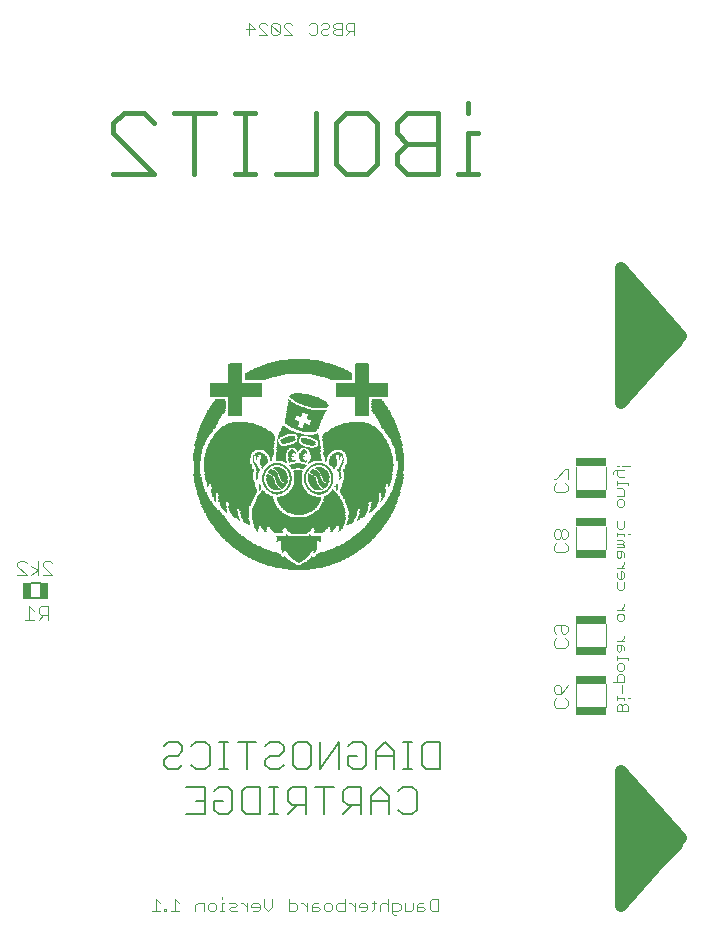
<source format=gbo>
G75*
%MOIN*%
%OFA0B0*%
%FSLAX25Y25*%
%IPPOS*%
%LPD*%
%AMOC8*
5,1,8,0,0,1.08239X$1,22.5*
%
%ADD10C,0.01800*%
%ADD11C,0.00800*%
%ADD12C,0.00300*%
%ADD13C,0.04000*%
%ADD14C,0.00400*%
%ADD15C,0.01000*%
%ADD16R,0.03920X0.00140*%
%ADD17R,0.07280X0.00140*%
%ADD18R,0.09800X0.00140*%
%ADD19R,0.11480X0.00140*%
%ADD20R,0.13020X0.00140*%
%ADD21R,0.14560X0.00140*%
%ADD22R,0.15680X0.00140*%
%ADD23R,0.16800X0.00140*%
%ADD24R,0.17920X0.00140*%
%ADD25R,0.19040X0.00140*%
%ADD26R,0.09800X0.00140*%
%ADD27R,0.09660X0.00140*%
%ADD28R,0.09940X0.00140*%
%ADD29R,0.09940X0.00140*%
%ADD30R,0.10080X0.00140*%
%ADD31R,0.10220X0.00140*%
%ADD32R,0.10360X0.00140*%
%ADD33R,0.10500X0.00140*%
%ADD34R,0.10500X0.00140*%
%ADD35R,0.10640X0.00140*%
%ADD36R,0.10780X0.00140*%
%ADD37R,0.00560X0.00140*%
%ADD38R,0.10920X0.00140*%
%ADD39R,0.01120X0.00140*%
%ADD40R,0.11060X0.00140*%
%ADD41R,0.01680X0.00140*%
%ADD42R,0.11200X0.00140*%
%ADD43R,0.02240X0.00140*%
%ADD44R,0.11060X0.00140*%
%ADD45R,0.11340X0.00140*%
%ADD46R,0.02520X0.00140*%
%ADD47R,0.03080X0.00140*%
%ADD48R,0.11620X0.00140*%
%ADD49R,0.03640X0.00140*%
%ADD50R,0.11620X0.00140*%
%ADD51R,0.11760X0.00140*%
%ADD52R,0.11900X0.00140*%
%ADD53R,0.04480X0.00140*%
%ADD54R,0.12040X0.00140*%
%ADD55R,0.04760X0.00140*%
%ADD56R,0.12180X0.00140*%
%ADD57R,0.05040X0.00140*%
%ADD58R,0.05320X0.00140*%
%ADD59R,0.11200X0.00140*%
%ADD60R,0.00420X0.00140*%
%ADD61R,0.05600X0.00140*%
%ADD62R,0.00420X0.00140*%
%ADD63R,0.00140X0.00140*%
%ADD64R,0.05880X0.00140*%
%ADD65R,0.06160X0.00140*%
%ADD66R,0.06440X0.00140*%
%ADD67R,0.11760X0.00140*%
%ADD68R,0.06720X0.00140*%
%ADD69R,0.11900X0.00140*%
%ADD70R,0.07000X0.00140*%
%ADD71R,0.07000X0.00140*%
%ADD72R,0.12040X0.00140*%
%ADD73R,0.12320X0.00140*%
%ADD74R,0.07560X0.00140*%
%ADD75R,0.12320X0.00140*%
%ADD76R,0.00140X0.00140*%
%ADD77R,0.07840X0.00140*%
%ADD78R,0.07840X0.00140*%
%ADD79R,0.00280X0.00140*%
%ADD80R,0.08120X0.00140*%
%ADD81R,0.11340X0.00140*%
%ADD82R,0.08400X0.00140*%
%ADD83R,0.00980X0.00140*%
%ADD84R,0.08960X0.00140*%
%ADD85R,0.10220X0.00140*%
%ADD86R,0.09660X0.00140*%
%ADD87R,0.12040X0.00140*%
%ADD88R,0.09380X0.00140*%
%ADD89R,0.09240X0.00140*%
%ADD90R,0.09240X0.00140*%
%ADD91R,0.09100X0.00140*%
%ADD92R,0.08820X0.00140*%
%ADD93R,0.08680X0.00140*%
%ADD94R,0.08540X0.00140*%
%ADD95R,0.08540X0.00140*%
%ADD96R,0.08400X0.00140*%
%ADD97R,0.08260X0.00140*%
%ADD98R,0.08120X0.00140*%
%ADD99R,0.07980X0.00140*%
%ADD100R,0.00140X0.00140*%
%ADD101R,0.07840X0.00140*%
%ADD102R,0.07700X0.00140*%
%ADD103R,0.00420X0.00140*%
%ADD104R,0.14560X0.00140*%
%ADD105R,0.07560X0.00140*%
%ADD106R,0.07420X0.00140*%
%ADD107R,0.07280X0.00140*%
%ADD108R,0.07140X0.00140*%
%ADD109R,0.07140X0.00140*%
%ADD110R,0.01120X0.00140*%
%ADD111R,0.00700X0.00140*%
%ADD112R,0.06860X0.00140*%
%ADD113R,0.06860X0.00140*%
%ADD114R,0.06720X0.00140*%
%ADD115R,0.05600X0.00140*%
%ADD116R,0.06720X0.00140*%
%ADD117R,0.02380X0.00140*%
%ADD118R,0.02940X0.00140*%
%ADD119R,0.06580X0.00140*%
%ADD120R,0.00700X0.00140*%
%ADD121R,0.03080X0.00140*%
%ADD122R,0.06580X0.00140*%
%ADD123R,0.03220X0.00140*%
%ADD124R,0.00840X0.00140*%
%ADD125R,0.03360X0.00140*%
%ADD126R,0.03500X0.00140*%
%ADD127R,0.06440X0.00140*%
%ADD128R,0.00980X0.00140*%
%ADD129R,0.06440X0.00140*%
%ADD130R,0.01120X0.00140*%
%ADD131R,0.03640X0.00140*%
%ADD132R,0.01260X0.00140*%
%ADD133R,0.03780X0.00140*%
%ADD134R,0.06300X0.00140*%
%ADD135R,0.03920X0.00140*%
%ADD136R,0.01400X0.00140*%
%ADD137R,0.04060X0.00140*%
%ADD138R,0.01540X0.00140*%
%ADD139R,0.04340X0.00140*%
%ADD140R,0.08960X0.00140*%
%ADD141R,0.06300X0.00140*%
%ADD142R,0.01540X0.00140*%
%ADD143R,0.04620X0.00140*%
%ADD144R,0.09240X0.00140*%
%ADD145R,0.01680X0.00140*%
%ADD146R,0.19320X0.00140*%
%ADD147R,0.01960X0.00140*%
%ADD148R,0.19880X0.00140*%
%ADD149R,0.01540X0.00140*%
%ADD150R,0.24920X0.00140*%
%ADD151R,0.29680X0.00140*%
%ADD152R,0.06020X0.00140*%
%ADD153R,0.29960X0.00140*%
%ADD154R,0.29960X0.00140*%
%ADD155R,0.06020X0.00140*%
%ADD156R,0.00420X0.00140*%
%ADD157R,0.30240X0.00140*%
%ADD158R,0.06020X0.00140*%
%ADD159R,0.30240X0.00140*%
%ADD160R,0.06020X0.00140*%
%ADD161R,0.30520X0.00140*%
%ADD162R,0.01820X0.00140*%
%ADD163R,0.30800X0.00140*%
%ADD164R,0.01820X0.00140*%
%ADD165R,0.05880X0.00140*%
%ADD166R,0.01820X0.00140*%
%ADD167R,0.30800X0.00140*%
%ADD168R,0.05740X0.00140*%
%ADD169R,0.02100X0.00140*%
%ADD170R,0.31080X0.00140*%
%ADD171R,0.05740X0.00140*%
%ADD172R,0.00560X0.00140*%
%ADD173R,0.02240X0.00140*%
%ADD174R,0.31080X0.00140*%
%ADD175R,0.05740X0.00140*%
%ADD176R,0.02240X0.00140*%
%ADD177R,0.01120X0.00140*%
%ADD178R,0.14140X0.00140*%
%ADD179R,0.14140X0.00140*%
%ADD180R,0.01400X0.00140*%
%ADD181R,0.02380X0.00140*%
%ADD182R,0.13300X0.00140*%
%ADD183R,0.13440X0.00140*%
%ADD184R,0.02520X0.00140*%
%ADD185R,0.12880X0.00140*%
%ADD186R,0.12460X0.00140*%
%ADD187R,0.02100X0.00140*%
%ADD188R,0.02660X0.00140*%
%ADD189R,0.11480X0.00140*%
%ADD190R,0.02660X0.00140*%
%ADD191R,0.05460X0.00140*%
%ADD192R,0.02800X0.00140*%
%ADD193R,0.05460X0.00140*%
%ADD194R,0.02800X0.00140*%
%ADD195R,0.10220X0.00140*%
%ADD196R,0.06160X0.00140*%
%ADD197R,0.10360X0.00140*%
%ADD198R,0.05320X0.00140*%
%ADD199R,0.05180X0.00140*%
%ADD200R,0.09520X0.00140*%
%ADD201R,0.05040X0.00140*%
%ADD202R,0.02520X0.00140*%
%ADD203R,0.02940X0.00140*%
%ADD204R,0.09240X0.00140*%
%ADD205R,0.05040X0.00140*%
%ADD206R,0.04900X0.00140*%
%ADD207R,0.08820X0.00140*%
%ADD208R,0.08820X0.00140*%
%ADD209R,0.04620X0.00140*%
%ADD210R,0.04620X0.00140*%
%ADD211R,0.01260X0.00140*%
%ADD212R,0.03500X0.00140*%
%ADD213R,0.08540X0.00140*%
%ADD214R,0.10640X0.00140*%
%ADD215R,0.02940X0.00140*%
%ADD216R,0.10920X0.00140*%
%ADD217R,0.04620X0.00140*%
%ADD218R,0.07980X0.00140*%
%ADD219R,0.04340X0.00140*%
%ADD220R,0.01820X0.00140*%
%ADD221R,0.04340X0.00140*%
%ADD222R,0.04200X0.00140*%
%ADD223R,0.12600X0.00140*%
%ADD224R,0.04060X0.00140*%
%ADD225R,0.01960X0.00140*%
%ADD226R,0.07140X0.00140*%
%ADD227R,0.13160X0.00140*%
%ADD228R,0.07140X0.00140*%
%ADD229R,0.13160X0.00140*%
%ADD230R,0.13440X0.00140*%
%ADD231R,0.03920X0.00140*%
%ADD232R,0.13720X0.00140*%
%ADD233R,0.03780X0.00140*%
%ADD234R,0.13720X0.00140*%
%ADD235R,0.14000X0.00140*%
%ADD236R,0.14280X0.00140*%
%ADD237R,0.03640X0.00140*%
%ADD238R,0.03640X0.00140*%
%ADD239R,0.00280X0.00140*%
%ADD240R,0.14840X0.00140*%
%ADD241R,0.05320X0.00140*%
%ADD242R,0.14840X0.00140*%
%ADD243R,0.03220X0.00140*%
%ADD244R,0.03220X0.00140*%
%ADD245R,0.12180X0.00140*%
%ADD246R,0.04200X0.00140*%
%ADD247R,0.09940X0.00140*%
%ADD248R,0.04480X0.00140*%
%ADD249R,0.12600X0.00140*%
%ADD250R,0.07420X0.00140*%
%ADD251R,0.12740X0.00140*%
%ADD252R,0.12740X0.00140*%
%ADD253R,0.02940X0.00140*%
%ADD254R,0.15120X0.00140*%
%ADD255R,0.15120X0.00140*%
%ADD256R,0.15120X0.00140*%
%ADD257R,0.15120X0.00140*%
%ADD258R,0.00840X0.00140*%
%ADD259R,0.00840X0.00140*%
%ADD260R,0.14980X0.00140*%
%ADD261R,0.14980X0.00140*%
%ADD262R,0.02520X0.00140*%
%ADD263R,0.03220X0.00140*%
%ADD264R,0.14700X0.00140*%
%ADD265R,0.14700X0.00140*%
%ADD266R,0.16100X0.00140*%
%ADD267R,0.15960X0.00140*%
%ADD268R,0.15960X0.00140*%
%ADD269R,0.15820X0.00140*%
%ADD270R,0.15820X0.00140*%
%ADD271R,0.00140X0.00140*%
%ADD272R,0.15680X0.00140*%
%ADD273R,0.15820X0.00140*%
%ADD274R,0.15820X0.00140*%
%ADD275R,0.16100X0.00140*%
%ADD276R,0.00840X0.00140*%
%ADD277R,0.02240X0.00140*%
%ADD278R,0.16240X0.00140*%
%ADD279R,0.16380X0.00140*%
%ADD280R,0.16380X0.00140*%
%ADD281R,0.16240X0.00140*%
%ADD282R,0.16240X0.00140*%
%ADD283R,0.16240X0.00140*%
%ADD284R,0.03920X0.00140*%
%ADD285R,0.15540X0.00140*%
%ADD286R,0.15540X0.00140*%
%ADD287R,0.15400X0.00140*%
%ADD288R,0.15400X0.00140*%
%ADD289R,0.15260X0.00140*%
%ADD290R,0.15260X0.00140*%
%ADD291R,0.15540X0.00140*%
%ADD292R,0.15540X0.00140*%
%ADD293R,0.04340X0.00140*%
%ADD294R,0.22120X0.00140*%
%ADD295R,0.22120X0.00140*%
%ADD296R,0.21980X0.00140*%
%ADD297R,0.21980X0.00140*%
%ADD298R,0.21840X0.00140*%
%ADD299R,0.21840X0.00140*%
%ADD300R,0.21840X0.00140*%
%ADD301R,0.01540X0.00140*%
%ADD302R,0.05320X0.00140*%
%ADD303R,0.21840X0.00140*%
%ADD304R,0.21700X0.00140*%
%ADD305R,0.21560X0.00140*%
%ADD306R,0.21700X0.00140*%
%ADD307R,0.21560X0.00140*%
%ADD308R,0.21420X0.00140*%
%ADD309R,0.03360X0.00140*%
%ADD310R,0.21280X0.00140*%
%ADD311R,0.21280X0.00140*%
%ADD312R,0.21140X0.00140*%
%ADD313R,0.21000X0.00140*%
%ADD314R,0.21000X0.00140*%
%ADD315R,0.20860X0.00140*%
%ADD316R,0.20720X0.00140*%
%ADD317R,0.20720X0.00140*%
%ADD318R,0.20720X0.00140*%
%ADD319R,0.20580X0.00140*%
%ADD320R,0.20300X0.00140*%
%ADD321R,0.20160X0.00140*%
%ADD322R,0.20020X0.00140*%
%ADD323R,0.19740X0.00140*%
%ADD324R,0.19740X0.00140*%
%ADD325R,0.19460X0.00140*%
%ADD326R,0.18620X0.00140*%
%ADD327R,0.18340X0.00140*%
%ADD328R,0.18340X0.00140*%
%ADD329R,0.18060X0.00140*%
%ADD330R,0.17780X0.00140*%
%ADD331R,0.17640X0.00140*%
%ADD332R,0.17360X0.00140*%
%ADD333R,0.17080X0.00140*%
%ADD334R,0.04760X0.00140*%
%ADD335R,0.16520X0.00140*%
%ADD336R,0.04900X0.00140*%
%ADD337R,0.05040X0.00140*%
%ADD338R,0.14840X0.00140*%
%ADD339R,0.14420X0.00140*%
%ADD340R,0.14420X0.00140*%
%ADD341R,0.13860X0.00140*%
%ADD342R,0.05180X0.00140*%
%ADD343R,0.13020X0.00140*%
%ADD344R,0.07420X0.00140*%
%ADD345R,0.12880X0.00140*%
%ADD346R,0.08680X0.00140*%
%ADD347R,0.05740X0.00140*%
%ADD348R,0.09520X0.00140*%
%ADD349R,0.08820X0.00140*%
%ADD350R,0.17360X0.00140*%
%ADD351R,0.07700X0.00140*%
%ADD352R,0.35000X0.00140*%
%ADD353R,0.34440X0.00140*%
%ADD354R,0.34160X0.00140*%
%ADD355R,0.33600X0.00140*%
%ADD356R,0.33040X0.00140*%
%ADD357R,0.32480X0.00140*%
%ADD358R,0.31920X0.00140*%
%ADD359R,0.31360X0.00140*%
%ADD360R,0.29120X0.00140*%
%ADD361R,0.28280X0.00140*%
%ADD362R,0.27720X0.00140*%
%ADD363R,0.27160X0.00140*%
%ADD364R,0.26320X0.00140*%
%ADD365R,0.25760X0.00140*%
%ADD366R,0.24920X0.00140*%
%ADD367R,0.24360X0.00140*%
%ADD368R,0.23520X0.00140*%
%ADD369R,0.22680X0.00140*%
%ADD370R,0.20020X0.00140*%
%ADD371R,0.17080X0.00140*%
%ADD372C,0.00600*%
%ADD373R,0.02559X0.05512*%
%ADD374R,0.10236X0.02953*%
D10*
X0050119Y0250740D02*
X0063597Y0250740D01*
X0050119Y0264218D01*
X0050119Y0267588D01*
X0053489Y0270957D01*
X0060228Y0270957D01*
X0063597Y0267588D01*
X0070376Y0270957D02*
X0083855Y0270957D01*
X0090620Y0270957D02*
X0097360Y0270957D01*
X0093990Y0270957D02*
X0093990Y0250740D01*
X0097360Y0250740D02*
X0090620Y0250740D01*
X0077116Y0250740D02*
X0077116Y0270957D01*
X0104139Y0250740D02*
X0117617Y0250740D01*
X0117617Y0270957D01*
X0124396Y0267588D02*
X0127766Y0270957D01*
X0134505Y0270957D01*
X0137874Y0267588D01*
X0137874Y0254110D01*
X0134505Y0250740D01*
X0127766Y0250740D01*
X0124396Y0254110D01*
X0124396Y0267588D01*
X0144653Y0267588D02*
X0144653Y0264218D01*
X0148023Y0260849D01*
X0158131Y0260849D01*
X0148023Y0260849D02*
X0144653Y0257479D01*
X0144653Y0254110D01*
X0148023Y0250740D01*
X0158131Y0250740D01*
X0158131Y0270957D01*
X0148023Y0270957D01*
X0144653Y0267588D01*
X0164897Y0250740D02*
X0171636Y0250740D01*
X0168267Y0250740D02*
X0168267Y0264218D01*
X0171636Y0264218D01*
X0168267Y0270957D02*
X0168267Y0274327D01*
D11*
X0158988Y0061448D02*
X0154384Y0061448D01*
X0152849Y0059913D01*
X0152849Y0053775D01*
X0154384Y0052240D01*
X0158988Y0052240D01*
X0158988Y0061448D01*
X0149780Y0061448D02*
X0146711Y0061448D01*
X0148245Y0061448D02*
X0148245Y0052240D01*
X0146711Y0052240D02*
X0149780Y0052240D01*
X0149607Y0046448D02*
X0146538Y0046448D01*
X0145003Y0044913D01*
X0149607Y0046448D02*
X0151142Y0044913D01*
X0151142Y0038775D01*
X0149607Y0037240D01*
X0146538Y0037240D01*
X0145003Y0038775D01*
X0141934Y0037240D02*
X0141934Y0043379D01*
X0138864Y0046448D01*
X0135795Y0043379D01*
X0135795Y0037240D01*
X0132726Y0037240D02*
X0132726Y0046448D01*
X0128122Y0046448D01*
X0126587Y0044913D01*
X0126587Y0041844D01*
X0128122Y0040309D01*
X0132726Y0040309D01*
X0129657Y0040309D02*
X0126587Y0037240D01*
X0120449Y0037240D02*
X0120449Y0046448D01*
X0123518Y0046448D02*
X0117379Y0046448D01*
X0114310Y0046448D02*
X0109706Y0046448D01*
X0108172Y0044913D01*
X0108172Y0041844D01*
X0109706Y0040309D01*
X0114310Y0040309D01*
X0114310Y0037240D02*
X0114310Y0046448D01*
X0114483Y0052240D02*
X0111414Y0052240D01*
X0109879Y0053775D01*
X0109879Y0059913D01*
X0111414Y0061448D01*
X0114483Y0061448D01*
X0116018Y0059913D01*
X0116018Y0053775D01*
X0114483Y0052240D01*
X0119087Y0052240D02*
X0119087Y0061448D01*
X0125226Y0061448D02*
X0119087Y0052240D01*
X0125226Y0052240D02*
X0125226Y0061448D01*
X0128295Y0059913D02*
X0129830Y0061448D01*
X0132899Y0061448D01*
X0134434Y0059913D01*
X0134434Y0053775D01*
X0132899Y0052240D01*
X0129830Y0052240D01*
X0128295Y0053775D01*
X0128295Y0056844D01*
X0131364Y0056844D01*
X0137503Y0056844D02*
X0143642Y0056844D01*
X0143642Y0058379D02*
X0143642Y0052240D01*
X0143642Y0058379D02*
X0140572Y0061448D01*
X0137503Y0058379D01*
X0137503Y0052240D01*
X0135795Y0041844D02*
X0141934Y0041844D01*
X0111241Y0040309D02*
X0108172Y0037240D01*
X0105102Y0037240D02*
X0102033Y0037240D01*
X0103568Y0037240D02*
X0103568Y0046448D01*
X0105102Y0046448D02*
X0102033Y0046448D01*
X0098964Y0046448D02*
X0094360Y0046448D01*
X0092825Y0044913D01*
X0092825Y0038775D01*
X0094360Y0037240D01*
X0098964Y0037240D01*
X0098964Y0046448D01*
X0102206Y0052240D02*
X0105275Y0052240D01*
X0106810Y0053775D01*
X0105275Y0056844D02*
X0102206Y0056844D01*
X0100672Y0055309D01*
X0100672Y0053775D01*
X0102206Y0052240D01*
X0105275Y0056844D02*
X0106810Y0058379D01*
X0106810Y0059913D01*
X0105275Y0061448D01*
X0102206Y0061448D01*
X0100672Y0059913D01*
X0097602Y0061448D02*
X0091464Y0061448D01*
X0094533Y0061448D02*
X0094533Y0052240D01*
X0088394Y0052240D02*
X0085325Y0052240D01*
X0086860Y0052240D02*
X0086860Y0061448D01*
X0088394Y0061448D02*
X0085325Y0061448D01*
X0082256Y0059913D02*
X0082256Y0053775D01*
X0080721Y0052240D01*
X0077652Y0052240D01*
X0076117Y0053775D01*
X0073048Y0053775D02*
X0071513Y0052240D01*
X0068444Y0052240D01*
X0066909Y0053775D01*
X0066909Y0055309D01*
X0068444Y0056844D01*
X0071513Y0056844D01*
X0073048Y0058379D01*
X0073048Y0059913D01*
X0071513Y0061448D01*
X0068444Y0061448D01*
X0066909Y0059913D01*
X0076117Y0059913D02*
X0077652Y0061448D01*
X0080721Y0061448D01*
X0082256Y0059913D01*
X0080548Y0046448D02*
X0074409Y0046448D01*
X0077479Y0041844D02*
X0080548Y0041844D01*
X0080548Y0046448D02*
X0080548Y0037240D01*
X0074409Y0037240D01*
X0083617Y0038775D02*
X0083617Y0041844D01*
X0086687Y0041844D01*
X0089756Y0044913D02*
X0089756Y0038775D01*
X0088221Y0037240D01*
X0085152Y0037240D01*
X0083617Y0038775D01*
X0083617Y0044913D02*
X0085152Y0046448D01*
X0088221Y0046448D01*
X0089756Y0044913D01*
D12*
X0216656Y0081441D02*
X0220359Y0081441D01*
X0220359Y0083292D01*
X0219742Y0083910D01*
X0218507Y0083910D01*
X0217890Y0083292D01*
X0217890Y0081441D01*
X0219742Y0080227D02*
X0219742Y0077758D01*
X0220359Y0075920D02*
X0217890Y0075920D01*
X0217890Y0076537D02*
X0217890Y0075302D01*
X0218507Y0074088D02*
X0217890Y0073471D01*
X0217890Y0071619D01*
X0221593Y0071619D01*
X0221593Y0073471D01*
X0220976Y0074088D01*
X0220359Y0074088D01*
X0219742Y0073471D01*
X0219742Y0071619D01*
X0219742Y0073471D02*
X0219124Y0074088D01*
X0218507Y0074088D01*
X0220359Y0075302D02*
X0220359Y0075920D01*
X0221593Y0075920D02*
X0222210Y0075920D01*
X0219742Y0085124D02*
X0218507Y0085124D01*
X0217890Y0085741D01*
X0217890Y0086976D01*
X0218507Y0087593D01*
X0219742Y0087593D01*
X0220359Y0086976D01*
X0220359Y0085741D01*
X0219742Y0085124D01*
X0221593Y0088807D02*
X0221593Y0089424D01*
X0217890Y0089424D01*
X0217890Y0088807D02*
X0217890Y0090042D01*
X0218507Y0091263D02*
X0219124Y0091880D01*
X0219124Y0093731D01*
X0219742Y0093731D02*
X0217890Y0093731D01*
X0217890Y0091880D01*
X0218507Y0091263D01*
X0220359Y0091880D02*
X0220359Y0093114D01*
X0219742Y0093731D01*
X0220359Y0094946D02*
X0217890Y0094946D01*
X0219124Y0094946D02*
X0220359Y0096180D01*
X0220359Y0096797D01*
X0219742Y0101698D02*
X0218507Y0101698D01*
X0217890Y0102315D01*
X0217890Y0103550D01*
X0218507Y0104167D01*
X0219742Y0104167D01*
X0220359Y0103550D01*
X0220359Y0102315D01*
X0219742Y0101698D01*
X0220359Y0105381D02*
X0217890Y0105381D01*
X0219124Y0105381D02*
X0220359Y0106616D01*
X0220359Y0107233D01*
X0219742Y0112134D02*
X0218507Y0112134D01*
X0217890Y0112751D01*
X0217890Y0114603D01*
X0218507Y0115817D02*
X0219742Y0115817D01*
X0220359Y0116434D01*
X0220359Y0117668D01*
X0219742Y0118286D01*
X0219124Y0118286D01*
X0219124Y0115817D01*
X0218507Y0115817D02*
X0217890Y0116434D01*
X0217890Y0117668D01*
X0217890Y0119500D02*
X0220359Y0119500D01*
X0220359Y0120734D02*
X0220359Y0121352D01*
X0220359Y0120734D02*
X0219124Y0119500D01*
X0218507Y0122569D02*
X0219124Y0123186D01*
X0219124Y0125038D01*
X0219742Y0125038D02*
X0217890Y0125038D01*
X0217890Y0123186D01*
X0218507Y0122569D01*
X0220359Y0123186D02*
X0220359Y0124421D01*
X0219742Y0125038D01*
X0220359Y0126252D02*
X0217890Y0126252D01*
X0217890Y0127487D02*
X0219742Y0127487D01*
X0220359Y0128104D01*
X0219742Y0128721D01*
X0217890Y0128721D01*
X0217890Y0129936D02*
X0217890Y0131170D01*
X0217890Y0130553D02*
X0220359Y0130553D01*
X0220359Y0129936D01*
X0221593Y0130553D02*
X0222210Y0130553D01*
X0220359Y0133008D02*
X0219742Y0132391D01*
X0218507Y0132391D01*
X0217890Y0133008D01*
X0217890Y0134860D01*
X0220359Y0134860D02*
X0220359Y0133008D01*
X0219742Y0127487D02*
X0220359Y0126870D01*
X0220359Y0126252D01*
X0220359Y0114603D02*
X0220359Y0112751D01*
X0219742Y0112134D01*
X0219742Y0139757D02*
X0218507Y0139757D01*
X0217890Y0140374D01*
X0217890Y0141609D01*
X0218507Y0142226D01*
X0219742Y0142226D01*
X0220359Y0141609D01*
X0220359Y0140374D01*
X0219742Y0139757D01*
X0220359Y0143440D02*
X0217890Y0143440D01*
X0220359Y0143440D02*
X0220359Y0145292D01*
X0219742Y0145909D01*
X0217890Y0145909D01*
X0217890Y0147124D02*
X0217890Y0148358D01*
X0217890Y0147741D02*
X0221593Y0147741D01*
X0221593Y0147124D01*
X0220359Y0149579D02*
X0218507Y0149579D01*
X0217890Y0150196D01*
X0217890Y0152048D01*
X0217273Y0152048D02*
X0216656Y0151431D01*
X0216656Y0150813D01*
X0217273Y0152048D02*
X0220359Y0152048D01*
X0219742Y0153262D02*
X0222210Y0153262D01*
X0218507Y0153262D02*
X0217890Y0153262D01*
D13*
X0219240Y0174340D02*
X0239240Y0196840D01*
X0219240Y0219340D01*
X0219240Y0174340D01*
X0219240Y0051840D02*
X0239240Y0029340D01*
X0219240Y0006840D01*
X0219240Y0051840D01*
D14*
X0065684Y0005040D02*
X0062948Y0005040D01*
X0064316Y0005040D02*
X0064316Y0009144D01*
X0065684Y0007776D01*
X0067071Y0005724D02*
X0067071Y0005040D01*
X0067755Y0005040D01*
X0067755Y0005724D01*
X0067071Y0005724D01*
X0069163Y0005040D02*
X0071899Y0005040D01*
X0070531Y0005040D02*
X0070531Y0009144D01*
X0071899Y0007776D01*
X0077450Y0007092D02*
X0077450Y0005040D01*
X0077450Y0007092D02*
X0078134Y0007776D01*
X0080186Y0007776D01*
X0080186Y0005040D01*
X0081594Y0005724D02*
X0081594Y0007092D01*
X0082278Y0007776D01*
X0083646Y0007776D01*
X0084330Y0007092D01*
X0084330Y0005724D01*
X0083646Y0005040D01*
X0082278Y0005040D01*
X0081594Y0005724D01*
X0085724Y0005040D02*
X0087092Y0005040D01*
X0086408Y0005040D02*
X0086408Y0007776D01*
X0087092Y0007776D01*
X0088500Y0007776D02*
X0090552Y0007776D01*
X0091235Y0007092D01*
X0090552Y0006408D01*
X0089184Y0006408D01*
X0088500Y0005724D01*
X0089184Y0005040D01*
X0091235Y0005040D01*
X0092637Y0007776D02*
X0093321Y0007776D01*
X0094688Y0006408D01*
X0094688Y0005040D02*
X0094688Y0007776D01*
X0096096Y0007092D02*
X0096096Y0006408D01*
X0098832Y0006408D01*
X0098832Y0007092D02*
X0098148Y0007776D01*
X0096780Y0007776D01*
X0096096Y0007092D01*
X0096780Y0005040D02*
X0098148Y0005040D01*
X0098832Y0005724D01*
X0098832Y0007092D01*
X0100240Y0006408D02*
X0100240Y0009144D01*
X0102975Y0009144D02*
X0102975Y0006408D01*
X0101608Y0005040D01*
X0100240Y0006408D01*
X0108527Y0007776D02*
X0110579Y0007776D01*
X0111263Y0007092D01*
X0111263Y0005724D01*
X0110579Y0005040D01*
X0108527Y0005040D01*
X0108527Y0009144D01*
X0112664Y0007776D02*
X0113348Y0007776D01*
X0114715Y0006408D01*
X0114715Y0005040D02*
X0114715Y0007776D01*
X0116123Y0007092D02*
X0116123Y0005040D01*
X0118175Y0005040D01*
X0118859Y0005724D01*
X0118175Y0006408D01*
X0116123Y0006408D01*
X0116123Y0007092D02*
X0116807Y0007776D01*
X0118175Y0007776D01*
X0120267Y0007092D02*
X0120267Y0005724D01*
X0120951Y0005040D01*
X0122319Y0005040D01*
X0123003Y0005724D01*
X0123003Y0007092D01*
X0122319Y0007776D01*
X0120951Y0007776D01*
X0120267Y0007092D01*
X0124410Y0007092D02*
X0124410Y0005724D01*
X0125094Y0005040D01*
X0127146Y0005040D01*
X0127146Y0009144D01*
X0127146Y0007776D02*
X0125094Y0007776D01*
X0124410Y0007092D01*
X0128547Y0007776D02*
X0129231Y0007776D01*
X0130599Y0006408D01*
X0130599Y0005040D02*
X0130599Y0007776D01*
X0132007Y0007092D02*
X0132007Y0006408D01*
X0134743Y0006408D01*
X0134743Y0007092D02*
X0134059Y0007776D01*
X0132691Y0007776D01*
X0132007Y0007092D01*
X0132691Y0005040D02*
X0134059Y0005040D01*
X0134743Y0005724D01*
X0134743Y0007092D01*
X0136137Y0007776D02*
X0137505Y0007776D01*
X0136821Y0008460D02*
X0136821Y0005724D01*
X0136137Y0005040D01*
X0138913Y0005040D02*
X0138913Y0007092D01*
X0139597Y0007776D01*
X0140965Y0007776D01*
X0141648Y0007092D01*
X0143056Y0007776D02*
X0143056Y0004356D01*
X0143740Y0003672D01*
X0144424Y0003672D01*
X0145108Y0005040D02*
X0143056Y0005040D01*
X0141648Y0005040D02*
X0141648Y0009144D01*
X0143056Y0007776D02*
X0145108Y0007776D01*
X0145792Y0007092D01*
X0145792Y0005724D01*
X0145108Y0005040D01*
X0147200Y0005040D02*
X0147200Y0007776D01*
X0149936Y0007776D02*
X0149936Y0005724D01*
X0149252Y0005040D01*
X0147200Y0005040D01*
X0151343Y0005040D02*
X0153395Y0005040D01*
X0154079Y0005724D01*
X0153395Y0006408D01*
X0151343Y0006408D01*
X0151343Y0007092D02*
X0151343Y0005040D01*
X0151343Y0007092D02*
X0152027Y0007776D01*
X0153395Y0007776D01*
X0155487Y0008460D02*
X0156171Y0009144D01*
X0158223Y0009144D01*
X0158223Y0005040D01*
X0156171Y0005040D01*
X0155487Y0005724D01*
X0155487Y0008460D01*
X0197707Y0072832D02*
X0196940Y0073599D01*
X0196940Y0075134D01*
X0197707Y0075901D01*
X0197707Y0077436D02*
X0196940Y0078203D01*
X0196940Y0079738D01*
X0197707Y0080505D01*
X0198475Y0080505D01*
X0199242Y0079738D01*
X0199242Y0077436D01*
X0197707Y0077436D01*
X0199242Y0077436D02*
X0200777Y0078971D01*
X0201544Y0080505D01*
X0204340Y0080640D02*
X0204340Y0073040D01*
X0201544Y0073599D02*
X0200777Y0072832D01*
X0197707Y0072832D01*
X0201544Y0073599D02*
X0201544Y0075134D01*
X0200777Y0075901D01*
X0214140Y0073040D02*
X0214140Y0080640D01*
X0214140Y0093040D02*
X0214140Y0100640D01*
X0204340Y0100640D02*
X0204340Y0093040D01*
X0201544Y0093599D02*
X0201544Y0095134D01*
X0200777Y0095901D01*
X0200777Y0097436D02*
X0200009Y0097436D01*
X0199242Y0098203D01*
X0199242Y0100505D01*
X0197707Y0100505D02*
X0200777Y0100505D01*
X0201544Y0099738D01*
X0201544Y0098203D01*
X0200777Y0097436D01*
X0201544Y0093599D02*
X0200777Y0092832D01*
X0197707Y0092832D01*
X0196940Y0093599D01*
X0196940Y0095134D01*
X0197707Y0095901D01*
X0197707Y0097436D02*
X0196940Y0098203D01*
X0196940Y0099738D01*
X0197707Y0100505D01*
X0197707Y0124540D02*
X0196940Y0125307D01*
X0196940Y0126842D01*
X0197707Y0127609D01*
X0197707Y0129144D02*
X0198475Y0129144D01*
X0199242Y0129911D01*
X0199242Y0131446D01*
X0198475Y0132213D01*
X0197707Y0132213D01*
X0196940Y0131446D01*
X0196940Y0129911D01*
X0197707Y0129144D01*
X0199242Y0129911D02*
X0200009Y0129144D01*
X0200777Y0129144D01*
X0201544Y0129911D01*
X0201544Y0131446D01*
X0200777Y0132213D01*
X0200009Y0132213D01*
X0199242Y0131446D01*
X0200777Y0127609D02*
X0201544Y0126842D01*
X0201544Y0125307D01*
X0200777Y0124540D01*
X0197707Y0124540D01*
X0204340Y0125540D02*
X0204340Y0133140D01*
X0214140Y0133140D02*
X0214140Y0125540D01*
X0214140Y0145540D02*
X0214140Y0153140D01*
X0204340Y0153140D02*
X0204340Y0145540D01*
X0201544Y0145307D02*
X0200777Y0144540D01*
X0197707Y0144540D01*
X0196940Y0145307D01*
X0196940Y0146842D01*
X0197707Y0147609D01*
X0197707Y0149144D02*
X0196940Y0149144D01*
X0197707Y0149144D02*
X0200777Y0152213D01*
X0201544Y0152213D01*
X0201544Y0149144D01*
X0200777Y0147609D02*
X0201544Y0146842D01*
X0201544Y0145307D01*
X0086408Y0009827D02*
X0086408Y0009144D01*
X0028248Y0102040D02*
X0028248Y0106644D01*
X0025946Y0106644D01*
X0025179Y0105877D01*
X0025179Y0104342D01*
X0025946Y0103575D01*
X0028248Y0103575D01*
X0026713Y0103575D02*
X0025179Y0102040D01*
X0023644Y0102040D02*
X0020575Y0102040D01*
X0022109Y0102040D02*
X0022109Y0106644D01*
X0023644Y0105109D01*
X0022679Y0117040D02*
X0024981Y0118575D01*
X0022679Y0120109D01*
X0021144Y0120877D02*
X0020377Y0121644D01*
X0018842Y0121644D01*
X0018075Y0120877D01*
X0018075Y0120109D01*
X0021144Y0117040D01*
X0018075Y0117040D01*
X0024981Y0117040D02*
X0024981Y0121644D01*
X0026515Y0120877D02*
X0027283Y0121644D01*
X0028817Y0121644D01*
X0029584Y0120877D01*
X0026515Y0120877D02*
X0026515Y0120109D01*
X0029584Y0117040D01*
X0026515Y0117040D01*
X0095132Y0297040D02*
X0095132Y0301144D01*
X0097184Y0299092D01*
X0094448Y0299092D01*
X0098591Y0299776D02*
X0098591Y0300460D01*
X0099275Y0301144D01*
X0100643Y0301144D01*
X0101327Y0300460D01*
X0102735Y0300460D02*
X0105471Y0297724D01*
X0104787Y0297040D01*
X0103419Y0297040D01*
X0102735Y0297724D01*
X0102735Y0300460D01*
X0103419Y0301144D01*
X0104787Y0301144D01*
X0105471Y0300460D01*
X0105471Y0297724D01*
X0106878Y0297040D02*
X0109614Y0297040D01*
X0106878Y0299776D01*
X0106878Y0300460D01*
X0107562Y0301144D01*
X0108930Y0301144D01*
X0109614Y0300460D01*
X0115166Y0300460D02*
X0115849Y0301144D01*
X0117217Y0301144D01*
X0117901Y0300460D01*
X0117901Y0297724D01*
X0117217Y0297040D01*
X0115849Y0297040D01*
X0115166Y0297724D01*
X0119309Y0297724D02*
X0119993Y0297040D01*
X0121361Y0297040D01*
X0122045Y0297724D01*
X0123453Y0297724D02*
X0124137Y0297040D01*
X0126188Y0297040D01*
X0126188Y0301144D01*
X0124137Y0301144D01*
X0123453Y0300460D01*
X0123453Y0299776D01*
X0124137Y0299092D01*
X0126188Y0299092D01*
X0127596Y0299092D02*
X0128280Y0298408D01*
X0130332Y0298408D01*
X0128964Y0298408D02*
X0127596Y0297040D01*
X0127596Y0299092D02*
X0127596Y0300460D01*
X0128280Y0301144D01*
X0130332Y0301144D01*
X0130332Y0297040D01*
X0124137Y0299092D02*
X0123453Y0298408D01*
X0123453Y0297724D01*
X0122045Y0299776D02*
X0122045Y0300460D01*
X0121361Y0301144D01*
X0119993Y0301144D01*
X0119309Y0300460D01*
X0119993Y0299092D02*
X0119309Y0298408D01*
X0119309Y0297724D01*
X0119993Y0299092D02*
X0121361Y0299092D01*
X0122045Y0299776D01*
X0101327Y0297040D02*
X0098591Y0299776D01*
X0098591Y0297040D02*
X0101327Y0297040D01*
D15*
X0219240Y0216840D02*
X0219240Y0174340D01*
X0239240Y0194340D01*
X0239240Y0196840D01*
X0219240Y0216840D01*
X0219240Y0216420D02*
X0219660Y0216420D01*
X0219240Y0215421D02*
X0220659Y0215421D01*
X0221657Y0214423D02*
X0219240Y0214423D01*
X0219240Y0213424D02*
X0222656Y0213424D01*
X0223654Y0212426D02*
X0219240Y0212426D01*
X0219240Y0211427D02*
X0224653Y0211427D01*
X0225651Y0210429D02*
X0219240Y0210429D01*
X0219240Y0209430D02*
X0226650Y0209430D01*
X0227648Y0208432D02*
X0219240Y0208432D01*
X0219240Y0207433D02*
X0228647Y0207433D01*
X0229645Y0206435D02*
X0219240Y0206435D01*
X0219240Y0205436D02*
X0230644Y0205436D01*
X0231642Y0204438D02*
X0219240Y0204438D01*
X0219240Y0203439D02*
X0232641Y0203439D01*
X0233639Y0202441D02*
X0219240Y0202441D01*
X0219240Y0201442D02*
X0234638Y0201442D01*
X0235636Y0200444D02*
X0219240Y0200444D01*
X0219240Y0199445D02*
X0236635Y0199445D01*
X0237633Y0198447D02*
X0219240Y0198447D01*
X0219240Y0197448D02*
X0238632Y0197448D01*
X0239240Y0196450D02*
X0219240Y0196450D01*
X0219240Y0195451D02*
X0239240Y0195451D01*
X0239240Y0194453D02*
X0219240Y0194453D01*
X0219240Y0193454D02*
X0238354Y0193454D01*
X0237356Y0192456D02*
X0219240Y0192456D01*
X0219240Y0191457D02*
X0236357Y0191457D01*
X0235359Y0190459D02*
X0219240Y0190459D01*
X0219240Y0189460D02*
X0234360Y0189460D01*
X0233362Y0188462D02*
X0219240Y0188462D01*
X0219240Y0187463D02*
X0232363Y0187463D01*
X0231365Y0186465D02*
X0219240Y0186465D01*
X0219240Y0185466D02*
X0230366Y0185466D01*
X0229368Y0184468D02*
X0219240Y0184468D01*
X0219240Y0183469D02*
X0228369Y0183469D01*
X0227371Y0182471D02*
X0219240Y0182471D01*
X0219240Y0181472D02*
X0226372Y0181472D01*
X0225374Y0180474D02*
X0219240Y0180474D01*
X0219240Y0179475D02*
X0224375Y0179475D01*
X0223377Y0178477D02*
X0219240Y0178477D01*
X0219240Y0177478D02*
X0222378Y0177478D01*
X0221379Y0176479D02*
X0219240Y0176479D01*
X0219240Y0175481D02*
X0220381Y0175481D01*
X0219382Y0174482D02*
X0219240Y0174482D01*
X0219240Y0049340D02*
X0219240Y0006840D01*
X0239240Y0026840D01*
X0239240Y0029340D01*
X0219240Y0049340D01*
X0219240Y0048670D02*
X0219910Y0048670D01*
X0219240Y0047672D02*
X0220908Y0047672D01*
X0221907Y0046673D02*
X0219240Y0046673D01*
X0219240Y0045674D02*
X0222905Y0045674D01*
X0223904Y0044676D02*
X0219240Y0044676D01*
X0219240Y0043677D02*
X0224903Y0043677D01*
X0225901Y0042679D02*
X0219240Y0042679D01*
X0219240Y0041680D02*
X0226900Y0041680D01*
X0227898Y0040682D02*
X0219240Y0040682D01*
X0219240Y0039683D02*
X0228897Y0039683D01*
X0229895Y0038685D02*
X0219240Y0038685D01*
X0219240Y0037686D02*
X0230894Y0037686D01*
X0231892Y0036688D02*
X0219240Y0036688D01*
X0219240Y0035689D02*
X0232891Y0035689D01*
X0233889Y0034691D02*
X0219240Y0034691D01*
X0219240Y0033692D02*
X0234888Y0033692D01*
X0235886Y0032694D02*
X0219240Y0032694D01*
X0219240Y0031695D02*
X0236885Y0031695D01*
X0237883Y0030697D02*
X0219240Y0030697D01*
X0219240Y0029698D02*
X0238882Y0029698D01*
X0239240Y0028700D02*
X0219240Y0028700D01*
X0219240Y0027701D02*
X0239240Y0027701D01*
X0239103Y0026703D02*
X0219240Y0026703D01*
X0219240Y0025704D02*
X0238104Y0025704D01*
X0237106Y0024706D02*
X0219240Y0024706D01*
X0219240Y0023707D02*
X0236107Y0023707D01*
X0235109Y0022709D02*
X0219240Y0022709D01*
X0219240Y0021710D02*
X0234110Y0021710D01*
X0233112Y0020712D02*
X0219240Y0020712D01*
X0219240Y0019713D02*
X0232113Y0019713D01*
X0231115Y0018715D02*
X0219240Y0018715D01*
X0219240Y0017716D02*
X0230116Y0017716D01*
X0229118Y0016718D02*
X0219240Y0016718D01*
X0219240Y0015719D02*
X0228119Y0015719D01*
X0227121Y0014721D02*
X0219240Y0014721D01*
X0219240Y0013722D02*
X0226122Y0013722D01*
X0225124Y0012724D02*
X0219240Y0012724D01*
X0219240Y0011725D02*
X0224125Y0011725D01*
X0223127Y0010727D02*
X0219240Y0010727D01*
X0219240Y0009728D02*
X0222128Y0009728D01*
X0221130Y0008730D02*
X0219240Y0008730D01*
X0219240Y0007731D02*
X0220131Y0007731D01*
D16*
X0111810Y0118640D03*
X0111810Y0122140D03*
X0104670Y0153640D03*
D17*
X0100470Y0140200D03*
X0092210Y0140480D03*
X0092210Y0140620D03*
X0090250Y0129280D03*
X0090530Y0129000D03*
X0111810Y0131520D03*
X0111810Y0123820D03*
X0111810Y0118780D03*
X0133090Y0129000D03*
X0133370Y0129280D03*
X0131410Y0140480D03*
X0131410Y0140620D03*
X0123150Y0140200D03*
X0111670Y0172120D03*
X0097670Y0182200D03*
X0125950Y0182200D03*
D18*
X0115590Y0174780D03*
X0115450Y0174920D03*
X0115170Y0175060D03*
X0122450Y0137960D03*
X0101170Y0137960D03*
X0111810Y0118920D03*
D19*
X0111810Y0119060D03*
X0111810Y0125080D03*
X0120910Y0121860D03*
X0123290Y0123120D03*
X0125390Y0124380D03*
X0111810Y0139360D03*
X0100330Y0123120D03*
X0100470Y0122980D03*
X0102710Y0121860D03*
X0098230Y0124380D03*
X0090810Y0142020D03*
X0090810Y0142160D03*
X0132810Y0142160D03*
X0132810Y0142020D03*
X0111810Y0188360D03*
D20*
X0114400Y0171420D03*
X0132180Y0144400D03*
X0111740Y0119200D03*
X0091440Y0144400D03*
D21*
X0111810Y0141740D03*
X0111810Y0129140D03*
X0111810Y0128440D03*
X0111810Y0119340D03*
D22*
X0111810Y0119480D03*
X0088570Y0149300D03*
X0088150Y0153360D03*
X0088150Y0153500D03*
X0088850Y0157980D03*
X0134770Y0157980D03*
X0135470Y0153500D03*
X0135470Y0153360D03*
X0135050Y0149300D03*
D23*
X0134070Y0158680D03*
X0130290Y0164980D03*
X0093330Y0164980D03*
X0089550Y0158680D03*
X0111810Y0119620D03*
D24*
X0111810Y0119760D03*
D25*
X0111810Y0119900D03*
X0093610Y0164000D03*
X0111810Y0187520D03*
X0130010Y0164000D03*
D26*
X0115870Y0174640D03*
X0106630Y0120040D03*
D27*
X0116920Y0120040D03*
X0128120Y0125640D03*
X0095500Y0125640D03*
X0114680Y0175340D03*
D28*
X0109500Y0159520D03*
X0122380Y0137820D03*
X0127560Y0125360D03*
X0106280Y0120180D03*
X0096060Y0125360D03*
D29*
X0101240Y0137820D03*
X0117340Y0120180D03*
D30*
X0117690Y0120320D03*
X0127350Y0125220D03*
X0122310Y0137680D03*
X0111810Y0138660D03*
X0101310Y0137680D03*
X0096270Y0125220D03*
X0105930Y0120320D03*
D31*
X0105580Y0120460D03*
X0118040Y0120460D03*
X0127000Y0125080D03*
D32*
X0118390Y0120600D03*
X0105230Y0120600D03*
X0111810Y0138800D03*
D33*
X0126720Y0124940D03*
X0118740Y0120740D03*
X0104880Y0120740D03*
X0096900Y0124940D03*
D34*
X0104600Y0120880D03*
X0119020Y0120880D03*
X0122100Y0137400D03*
X0101520Y0137400D03*
X0099280Y0183180D03*
D35*
X0092770Y0166800D03*
X0122030Y0137260D03*
X0126370Y0124800D03*
X0119370Y0121020D03*
X0104250Y0121020D03*
X0097250Y0124800D03*
X0130850Y0166800D03*
X0124270Y0183180D03*
D36*
X0111600Y0143000D03*
X0101660Y0137260D03*
X0104040Y0121160D03*
X0119580Y0121160D03*
D37*
X0116290Y0122700D03*
X0117130Y0124660D03*
X0117130Y0124800D03*
X0115590Y0130120D03*
X0108030Y0130120D03*
X0106490Y0124800D03*
X0106490Y0124660D03*
X0107330Y0122700D03*
X0111810Y0121160D03*
X0125530Y0131660D03*
X0135890Y0138100D03*
X0139670Y0142160D03*
X0142050Y0147060D03*
X0142050Y0147200D03*
X0125810Y0149300D03*
X0123010Y0149860D03*
X0123010Y0150000D03*
X0122870Y0150420D03*
X0122870Y0150560D03*
X0122590Y0151120D03*
X0122590Y0151260D03*
X0122450Y0151400D03*
X0122310Y0151680D03*
X0122170Y0151820D03*
X0122170Y0151960D03*
X0122030Y0152100D03*
X0123570Y0152520D03*
X0126370Y0153920D03*
X0125530Y0156580D03*
X0120910Y0155460D03*
X0118530Y0152800D03*
X0115730Y0152800D03*
X0115590Y0152660D03*
X0115450Y0152520D03*
X0115310Y0152380D03*
X0115030Y0152100D03*
X0114750Y0151680D03*
X0115450Y0150420D03*
X0114470Y0146780D03*
X0114610Y0146500D03*
X0114750Y0146220D03*
X0114890Y0146080D03*
X0115030Y0145800D03*
X0115170Y0145660D03*
X0115310Y0145520D03*
X0115450Y0145380D03*
X0109010Y0147620D03*
X0108870Y0147200D03*
X0108730Y0146920D03*
X0108730Y0146780D03*
X0108590Y0146500D03*
X0108450Y0146360D03*
X0108310Y0146080D03*
X0109150Y0149580D03*
X0109010Y0150280D03*
X0108870Y0150700D03*
X0108730Y0151120D03*
X0108590Y0151400D03*
X0108450Y0151680D03*
X0108310Y0151820D03*
X0108170Y0151960D03*
X0108170Y0152100D03*
X0107890Y0152380D03*
X0107750Y0152520D03*
X0107610Y0154480D03*
X0102710Y0155460D03*
X0101170Y0152100D03*
X0101030Y0151960D03*
X0100890Y0151820D03*
X0100610Y0151260D03*
X0100470Y0150980D03*
X0099770Y0152800D03*
X0097250Y0153920D03*
X0098090Y0156580D03*
X0104950Y0160780D03*
X0106770Y0166380D03*
X0111810Y0162600D03*
X0111810Y0162460D03*
X0111530Y0161480D03*
X0114050Y0167220D03*
X0117970Y0163720D03*
X0118530Y0161200D03*
X0118530Y0161060D03*
X0118530Y0160920D03*
X0123010Y0148180D03*
X0123010Y0147900D03*
X0122870Y0147480D03*
X0122730Y0147060D03*
X0122730Y0146920D03*
X0122590Y0146780D03*
X0122450Y0146500D03*
X0122310Y0146220D03*
X0124550Y0145800D03*
X0101310Y0145660D03*
X0101170Y0145800D03*
X0100890Y0146220D03*
X0100750Y0146360D03*
X0100470Y0146920D03*
X0099070Y0145800D03*
X0100050Y0144820D03*
X0097810Y0149300D03*
X0087730Y0138100D03*
X0083950Y0142160D03*
X0083950Y0142300D03*
X0081570Y0147060D03*
X0081570Y0147200D03*
X0098090Y0131660D03*
D38*
X0101730Y0137120D03*
X0097530Y0124660D03*
X0103690Y0121300D03*
X0119930Y0121300D03*
X0126090Y0124660D03*
X0121890Y0137120D03*
D39*
X0125810Y0132500D03*
X0136310Y0138660D03*
X0124410Y0146360D03*
X0120910Y0144820D03*
X0116010Y0154760D03*
X0120910Y0156300D03*
X0109710Y0158400D03*
X0108870Y0156860D03*
X0108870Y0156720D03*
X0108870Y0155600D03*
X0109010Y0155320D03*
X0107470Y0147760D03*
X0106770Y0144680D03*
X0102710Y0153360D03*
X0099910Y0153220D03*
X0098370Y0151960D03*
X0098370Y0151820D03*
X0102710Y0156300D03*
X0106910Y0166100D03*
X0109010Y0174500D03*
X0083670Y0143280D03*
X0087310Y0138660D03*
X0091370Y0135860D03*
X0097810Y0132500D03*
X0111810Y0121300D03*
D40*
X0120140Y0121440D03*
X0103480Y0121440D03*
D41*
X0111810Y0121440D03*
X0118250Y0129840D03*
X0105370Y0129840D03*
X0099910Y0153640D03*
X0102570Y0157140D03*
X0109150Y0156440D03*
X0121050Y0157140D03*
D42*
X0132810Y0141880D03*
X0121750Y0136980D03*
X0111810Y0139220D03*
X0101870Y0136980D03*
X0090810Y0141880D03*
X0103270Y0121580D03*
X0099630Y0183320D03*
X0123990Y0183320D03*
D43*
X0111950Y0163720D03*
X0114050Y0162180D03*
X0116150Y0160220D03*
X0109710Y0157700D03*
X0109710Y0154900D03*
X0107050Y0148600D03*
X0106210Y0146500D03*
X0104670Y0143980D03*
X0102150Y0149300D03*
X0098650Y0157420D03*
X0086470Y0141180D03*
X0086470Y0140900D03*
X0086470Y0140760D03*
X0090250Y0137820D03*
X0094030Y0135860D03*
X0094030Y0135720D03*
X0078070Y0149580D03*
X0078070Y0149720D03*
X0078070Y0149860D03*
X0078070Y0150000D03*
X0077930Y0150420D03*
X0077930Y0150560D03*
X0077930Y0150700D03*
X0077930Y0150980D03*
X0077930Y0151120D03*
X0077930Y0151260D03*
X0077930Y0151400D03*
X0077930Y0155880D03*
X0111810Y0121580D03*
X0133230Y0137260D03*
X0133230Y0137400D03*
X0133370Y0137680D03*
X0137150Y0140760D03*
X0137150Y0140900D03*
X0137150Y0141180D03*
X0145410Y0148880D03*
X0145550Y0149580D03*
X0145550Y0149720D03*
X0145550Y0149860D03*
X0145550Y0150000D03*
X0145830Y0151820D03*
X0145830Y0151960D03*
X0145830Y0152100D03*
X0145830Y0152380D03*
X0145830Y0152520D03*
X0145830Y0152660D03*
X0145830Y0152800D03*
X0145830Y0153080D03*
X0145830Y0153220D03*
X0145830Y0153360D03*
X0145830Y0153500D03*
X0145830Y0153780D03*
X0145830Y0153920D03*
X0145830Y0154060D03*
X0145830Y0154200D03*
X0145830Y0154480D03*
X0145830Y0154620D03*
X0145830Y0154760D03*
X0124970Y0157420D03*
X0120910Y0149300D03*
X0120910Y0149160D03*
X0120910Y0149020D03*
D44*
X0132880Y0141600D03*
X0132880Y0141460D03*
X0122800Y0122700D03*
X0120420Y0121580D03*
X0100820Y0122700D03*
X0090740Y0141460D03*
X0090740Y0141600D03*
D45*
X0097880Y0124520D03*
X0102920Y0121720D03*
X0120700Y0121720D03*
X0123080Y0122980D03*
X0130780Y0166660D03*
D46*
X0121470Y0157980D03*
X0120070Y0151400D03*
X0120770Y0149860D03*
X0120070Y0147060D03*
X0120210Y0146780D03*
X0117410Y0150700D03*
X0111110Y0160500D03*
X0104670Y0153920D03*
X0106070Y0151400D03*
X0106770Y0150000D03*
X0106770Y0149860D03*
X0106910Y0149300D03*
X0106910Y0149160D03*
X0106210Y0146780D03*
X0103410Y0150700D03*
X0090110Y0138520D03*
X0090110Y0138380D03*
X0086470Y0141320D03*
X0078070Y0156720D03*
X0078070Y0156860D03*
X0078070Y0157000D03*
X0078070Y0157280D03*
X0078210Y0157420D03*
X0078210Y0157560D03*
X0078210Y0157700D03*
X0109570Y0173800D03*
X0133510Y0138520D03*
X0133510Y0138380D03*
X0145270Y0148180D03*
X0145410Y0157420D03*
X0145410Y0157560D03*
X0145410Y0157700D03*
X0111810Y0121720D03*
D47*
X0111810Y0121860D03*
X0129870Y0138380D03*
X0129870Y0138520D03*
X0129870Y0138660D03*
X0143870Y0143560D03*
X0144010Y0143980D03*
X0144150Y0144260D03*
X0144850Y0160080D03*
X0144850Y0160220D03*
X0144710Y0160360D03*
X0144710Y0160500D03*
X0111670Y0159380D03*
X0110970Y0160360D03*
X0109010Y0162600D03*
X0107470Y0165120D03*
X0108870Y0168480D03*
X0109010Y0168760D03*
X0109010Y0168900D03*
X0109150Y0169320D03*
X0109150Y0169460D03*
X0109850Y0173520D03*
X0106070Y0157560D03*
X0105930Y0157000D03*
X0105930Y0156860D03*
X0105930Y0156720D03*
X0105930Y0156580D03*
X0105930Y0156300D03*
X0105930Y0156160D03*
X0105930Y0156020D03*
X0100330Y0143560D03*
X0093750Y0138660D03*
X0093750Y0138520D03*
X0093750Y0138380D03*
X0079750Y0143560D03*
X0079750Y0143700D03*
X0079610Y0143980D03*
X0079470Y0144260D03*
X0078770Y0160080D03*
X0078770Y0160220D03*
X0078910Y0160360D03*
X0078910Y0160500D03*
D48*
X0090880Y0142300D03*
X0102500Y0122000D03*
X0123500Y0123260D03*
X0132740Y0142300D03*
D49*
X0142750Y0141180D03*
X0143030Y0141600D03*
X0144150Y0162180D03*
X0144010Y0162320D03*
X0144010Y0162460D03*
X0117410Y0157420D03*
X0117410Y0157280D03*
X0117270Y0157700D03*
X0117270Y0157980D03*
X0117550Y0155880D03*
X0117550Y0155600D03*
X0117550Y0155460D03*
X0116570Y0163160D03*
X0115450Y0164700D03*
X0110830Y0160220D03*
X0108870Y0162460D03*
X0111530Y0146080D03*
X0111810Y0137120D03*
X0111810Y0122000D03*
X0080870Y0141180D03*
X0080730Y0141460D03*
X0079610Y0162320D03*
X0079610Y0162460D03*
X0085630Y0174920D03*
D50*
X0100120Y0123260D03*
X0121120Y0122000D03*
D51*
X0121330Y0122140D03*
X0111810Y0127740D03*
X0102290Y0122140D03*
X0098650Y0124240D03*
X0090950Y0142440D03*
X0132670Y0142440D03*
D52*
X0132600Y0142720D03*
X0132600Y0142860D03*
X0121540Y0122280D03*
X0102080Y0122280D03*
X0091020Y0142720D03*
X0091020Y0142860D03*
D53*
X0082130Y0139080D03*
X0081990Y0139360D03*
X0080590Y0164560D03*
X0080730Y0164700D03*
X0085210Y0173660D03*
X0085210Y0173800D03*
X0108170Y0161760D03*
X0108310Y0161900D03*
X0110690Y0160080D03*
X0115030Y0161200D03*
X0115170Y0161060D03*
X0116850Y0158960D03*
X0109710Y0167500D03*
X0110410Y0172960D03*
X0117410Y0168760D03*
X0138410Y0173660D03*
X0138410Y0173800D03*
X0142890Y0164700D03*
X0143030Y0164560D03*
X0141630Y0139360D03*
X0141490Y0139080D03*
X0111810Y0122280D03*
D54*
X0111810Y0125500D03*
X0111810Y0125780D03*
X0111810Y0125920D03*
X0111810Y0126060D03*
X0111810Y0126200D03*
X0111810Y0126480D03*
X0111810Y0126620D03*
X0111810Y0126760D03*
X0111810Y0126900D03*
X0111810Y0127180D03*
X0111810Y0127320D03*
X0111810Y0128020D03*
X0121750Y0122420D03*
X0121330Y0136560D03*
X0111530Y0142860D03*
X0099630Y0123680D03*
X0101870Y0122420D03*
X0132530Y0143000D03*
D55*
X0141070Y0138520D03*
X0141210Y0138660D03*
X0122870Y0143000D03*
X0111810Y0137260D03*
X0100750Y0143000D03*
X0082550Y0138520D03*
X0082410Y0138660D03*
X0080870Y0164980D03*
X0081010Y0165260D03*
X0085070Y0173380D03*
X0109710Y0167920D03*
X0109710Y0167780D03*
X0138550Y0173380D03*
X0142610Y0165260D03*
X0142750Y0164980D03*
X0111810Y0122420D03*
D56*
X0121960Y0122560D03*
X0124200Y0123820D03*
X0124340Y0123960D03*
X0132460Y0143280D03*
X0101660Y0122560D03*
X0099420Y0123820D03*
X0091160Y0143280D03*
D57*
X0100750Y0142860D03*
X0100750Y0142720D03*
X0111530Y0144960D03*
X0122870Y0142860D03*
X0122870Y0142720D03*
X0111810Y0122560D03*
X0115870Y0165960D03*
X0115870Y0166100D03*
X0116010Y0166380D03*
X0117270Y0168900D03*
X0142330Y0165680D03*
X0084930Y0172820D03*
X0084930Y0172960D03*
D58*
X0082410Y0168060D03*
X0082410Y0167920D03*
X0082270Y0167780D03*
X0081710Y0166520D03*
X0100610Y0142300D03*
X0111810Y0122700D03*
X0123010Y0142300D03*
X0140370Y0137680D03*
X0140510Y0137820D03*
X0141910Y0166520D03*
X0141210Y0167920D03*
X0141210Y0168060D03*
X0110410Y0170580D03*
X0110410Y0170720D03*
X0083110Y0137820D03*
D59*
X0090810Y0141740D03*
X0100610Y0122840D03*
X0123010Y0122840D03*
X0132810Y0141740D03*
D60*
X0123080Y0148740D03*
X0123080Y0149440D03*
X0122940Y0150140D03*
X0126580Y0154340D03*
X0114680Y0151540D03*
X0113980Y0149440D03*
X0113980Y0148740D03*
X0114540Y0146640D03*
X0109080Y0148040D03*
X0108940Y0147340D03*
X0109080Y0150140D03*
X0108800Y0150840D03*
X0107680Y0154340D03*
X0100400Y0150840D03*
X0097040Y0154340D03*
X0104600Y0143840D03*
X0111740Y0162040D03*
X0107400Y0122840D03*
D61*
X0111810Y0122840D03*
X0139390Y0136140D03*
X0139810Y0136840D03*
X0139950Y0170440D03*
X0117690Y0170440D03*
X0083670Y0170440D03*
X0083810Y0136840D03*
X0084230Y0136140D03*
D62*
X0100120Y0148040D03*
X0100120Y0148740D03*
X0100120Y0149440D03*
X0100260Y0150140D03*
X0098160Y0156440D03*
X0108520Y0151540D03*
X0109220Y0149440D03*
X0109220Y0148740D03*
X0114120Y0150140D03*
X0114260Y0147340D03*
X0115520Y0154340D03*
X0125460Y0156440D03*
X0116220Y0122840D03*
D63*
X0116220Y0122980D03*
X0117060Y0124380D03*
X0118880Y0127880D03*
X0118880Y0128020D03*
X0125320Y0131520D03*
X0128120Y0133620D03*
X0131480Y0135160D03*
X0139320Y0141320D03*
X0139320Y0141460D03*
X0139460Y0141600D03*
X0141980Y0146220D03*
X0141980Y0146360D03*
X0141980Y0146500D03*
X0126720Y0154900D03*
X0126720Y0155880D03*
X0126720Y0156020D03*
X0126720Y0156160D03*
X0126720Y0156300D03*
X0126580Y0156580D03*
X0125600Y0155880D03*
X0125600Y0155600D03*
X0125600Y0155460D03*
X0120980Y0154760D03*
X0115380Y0150560D03*
X0110900Y0157420D03*
X0111600Y0158120D03*
X0118180Y0163860D03*
X0112580Y0169600D03*
X0108660Y0175200D03*
X0105020Y0161900D03*
X0105020Y0161760D03*
X0098020Y0155880D03*
X0098020Y0155600D03*
X0098020Y0155460D03*
X0096900Y0155180D03*
X0096900Y0154900D03*
X0096900Y0155880D03*
X0096900Y0156020D03*
X0096900Y0156160D03*
X0096900Y0156300D03*
X0097880Y0148880D03*
X0099000Y0145100D03*
X0095500Y0133620D03*
X0098300Y0131520D03*
X0107820Y0130400D03*
X0106560Y0124380D03*
X0107400Y0122980D03*
X0088080Y0137680D03*
X0084300Y0141320D03*
X0084300Y0141460D03*
X0084160Y0141600D03*
X0124620Y0145100D03*
X0124480Y0147060D03*
D64*
X0139110Y0135720D03*
X0138830Y0135300D03*
X0138690Y0135160D03*
X0138550Y0134880D03*
X0138270Y0134600D03*
X0138130Y0134320D03*
X0111810Y0130960D03*
X0111810Y0122980D03*
X0085490Y0134320D03*
X0085350Y0134600D03*
X0085070Y0134880D03*
X0084930Y0135160D03*
X0084790Y0135300D03*
X0117550Y0170580D03*
X0139110Y0171700D03*
D65*
X0118530Y0172960D03*
X0111250Y0172400D03*
X0100470Y0141460D03*
X0100470Y0141320D03*
X0111810Y0131100D03*
X0111810Y0123120D03*
X0123150Y0141320D03*
X0123150Y0141460D03*
X0137010Y0132920D03*
X0137150Y0133060D03*
X0137290Y0133200D03*
X0137430Y0133480D03*
X0137570Y0133620D03*
X0086750Y0132780D03*
X0086610Y0132920D03*
X0086470Y0133060D03*
X0086330Y0133200D03*
X0086190Y0133480D03*
X0086050Y0133620D03*
D66*
X0087310Y0132080D03*
X0087730Y0131660D03*
X0087870Y0131520D03*
X0100470Y0141180D03*
X0111810Y0123260D03*
X0123150Y0141180D03*
X0135750Y0131520D03*
X0136030Y0131800D03*
X0136310Y0132080D03*
X0131130Y0167500D03*
X0117410Y0170720D03*
D67*
X0130710Y0166520D03*
X0123710Y0183460D03*
X0099910Y0183460D03*
X0092910Y0166520D03*
X0090950Y0142580D03*
X0102150Y0136700D03*
X0111810Y0139500D03*
X0121470Y0136700D03*
X0111810Y0127880D03*
X0111810Y0127600D03*
X0111810Y0127460D03*
X0111810Y0125360D03*
X0111810Y0125220D03*
X0123710Y0123400D03*
X0132670Y0142580D03*
X0099910Y0123400D03*
D68*
X0088710Y0130680D03*
X0088570Y0130820D03*
X0092070Y0139080D03*
X0092070Y0139220D03*
X0100470Y0140760D03*
X0111810Y0123400D03*
X0134910Y0130680D03*
D69*
X0124900Y0124240D03*
X0123780Y0123540D03*
X0099840Y0123540D03*
D70*
X0089550Y0129840D03*
X0092070Y0139640D03*
X0111810Y0123540D03*
X0131550Y0139640D03*
X0134070Y0129840D03*
D71*
X0134210Y0129980D03*
X0134350Y0130120D03*
X0134490Y0130260D03*
X0131550Y0139360D03*
X0131550Y0139500D03*
X0131550Y0139780D03*
X0123150Y0140480D03*
X0111810Y0137680D03*
X0111810Y0131380D03*
X0111810Y0123680D03*
X0100470Y0140480D03*
X0092070Y0139780D03*
X0092070Y0139500D03*
X0092070Y0139360D03*
X0089130Y0130260D03*
X0089270Y0130120D03*
X0089410Y0129980D03*
X0111530Y0143980D03*
X0114610Y0165400D03*
X0117130Y0170860D03*
X0126090Y0182060D03*
X0097530Y0182060D03*
D72*
X0091090Y0143000D03*
X0102290Y0136560D03*
X0123990Y0123680D03*
D73*
X0124550Y0124100D03*
X0132390Y0143420D03*
X0132390Y0143560D03*
X0099350Y0123960D03*
X0091230Y0143420D03*
D74*
X0091090Y0128580D03*
X0111810Y0131660D03*
X0111810Y0124100D03*
X0111810Y0123960D03*
X0132530Y0128580D03*
D75*
X0111810Y0128160D03*
X0111810Y0139780D03*
X0099070Y0124100D03*
X0092910Y0166380D03*
X0130710Y0166380D03*
D76*
X0125600Y0155740D03*
X0126720Y0155040D03*
X0098020Y0155740D03*
X0096900Y0155740D03*
X0096900Y0155040D03*
X0097880Y0148740D03*
X0106560Y0124240D03*
X0117060Y0124240D03*
D77*
X0111810Y0124240D03*
X0111810Y0131940D03*
X0123010Y0139640D03*
X0100610Y0139640D03*
D78*
X0100610Y0139500D03*
X0092350Y0141320D03*
X0091930Y0127880D03*
X0111810Y0124380D03*
X0111810Y0131800D03*
X0111810Y0137960D03*
X0111530Y0143700D03*
X0123010Y0139500D03*
X0131270Y0141320D03*
X0131830Y0128020D03*
X0114330Y0165680D03*
D79*
X0111670Y0161900D03*
X0114610Y0157420D03*
X0114190Y0154480D03*
X0115310Y0154200D03*
X0114190Y0150420D03*
X0114050Y0149860D03*
X0114050Y0149720D03*
X0114050Y0148180D03*
X0109010Y0154480D03*
X0107890Y0154200D03*
X0102710Y0154900D03*
X0102710Y0152100D03*
X0099770Y0152660D03*
X0097110Y0154200D03*
X0096970Y0154480D03*
X0096970Y0154620D03*
X0096970Y0154760D03*
X0096830Y0155320D03*
X0096830Y0155460D03*
X0096830Y0155600D03*
X0098090Y0156020D03*
X0098090Y0156160D03*
X0098090Y0156300D03*
X0104950Y0161060D03*
X0104950Y0161200D03*
X0104950Y0161480D03*
X0104950Y0161620D03*
X0105090Y0162180D03*
X0106770Y0166520D03*
X0108730Y0175060D03*
X0125530Y0156300D03*
X0125530Y0156160D03*
X0125530Y0156020D03*
X0126790Y0155600D03*
X0126790Y0155460D03*
X0126790Y0155320D03*
X0126790Y0155180D03*
X0126650Y0154760D03*
X0126650Y0154620D03*
X0126650Y0154480D03*
X0126510Y0154200D03*
X0123570Y0152380D03*
X0120910Y0154900D03*
X0121610Y0147480D03*
X0120350Y0145800D03*
X0125810Y0149020D03*
X0135750Y0137960D03*
X0135610Y0137820D03*
X0131690Y0135300D03*
X0117130Y0124520D03*
X0115730Y0130260D03*
X0107890Y0130260D03*
X0106490Y0124520D03*
X0091930Y0135300D03*
X0088010Y0137820D03*
X0087870Y0137960D03*
X0100050Y0144960D03*
X0099070Y0146920D03*
X0097810Y0149020D03*
D80*
X0111810Y0132080D03*
X0111810Y0124660D03*
X0111810Y0124520D03*
X0123010Y0139360D03*
X0131270Y0127600D03*
D81*
X0125740Y0124520D03*
X0092840Y0166660D03*
D82*
X0092630Y0167220D03*
X0113070Y0176320D03*
X0117410Y0173660D03*
X0130990Y0167220D03*
X0122870Y0139080D03*
X0111810Y0138100D03*
X0111810Y0132220D03*
X0111810Y0124800D03*
X0100750Y0139080D03*
X0093330Y0126900D03*
D83*
X0106560Y0124940D03*
X0117060Y0124940D03*
X0124620Y0146640D03*
X0125320Y0151540D03*
X0125460Y0152240D03*
X0118460Y0159940D03*
X0118180Y0162040D03*
X0108800Y0155740D03*
X0098160Y0152240D03*
X0098300Y0151540D03*
D84*
X0111810Y0138240D03*
X0111810Y0124940D03*
X0116990Y0173940D03*
D85*
X0096620Y0125080D03*
D86*
X0095780Y0125500D03*
X0111880Y0138520D03*
X0127840Y0125500D03*
X0116080Y0174500D03*
X0114960Y0175200D03*
D87*
X0111810Y0139640D03*
X0111810Y0127040D03*
X0111810Y0126340D03*
X0111810Y0125640D03*
D88*
X0101100Y0138100D03*
X0095220Y0125780D03*
X0128400Y0125780D03*
X0116500Y0174220D03*
X0114260Y0175620D03*
D89*
X0114050Y0175760D03*
X0111530Y0143280D03*
X0111810Y0138380D03*
X0128610Y0125920D03*
X0095010Y0125920D03*
X0094730Y0126060D03*
D90*
X0128890Y0126060D03*
D91*
X0129100Y0126200D03*
X0122660Y0138380D03*
X0100960Y0138380D03*
X0094520Y0126200D03*
X0092700Y0167080D03*
X0113840Y0175900D03*
X0116780Y0174080D03*
X0130920Y0167080D03*
D92*
X0129380Y0126340D03*
X0094240Y0126340D03*
D93*
X0094030Y0126480D03*
X0093750Y0126620D03*
X0100750Y0138800D03*
X0111530Y0143420D03*
X0111810Y0132360D03*
X0122870Y0138800D03*
X0130010Y0126760D03*
X0129870Y0126620D03*
X0129590Y0126480D03*
D94*
X0093540Y0126760D03*
D95*
X0130220Y0126900D03*
X0117200Y0173800D03*
X0113280Y0176180D03*
X0125320Y0182620D03*
X0098300Y0182620D03*
D96*
X0093190Y0127040D03*
X0130430Y0127040D03*
D97*
X0130640Y0127180D03*
X0122940Y0139220D03*
X0111600Y0143560D03*
X0100680Y0139220D03*
X0092980Y0127180D03*
X0092700Y0127320D03*
D98*
X0092490Y0127460D03*
X0092350Y0127600D03*
X0130850Y0127320D03*
X0131130Y0127460D03*
X0125530Y0182480D03*
X0098090Y0182480D03*
D99*
X0092140Y0127740D03*
X0131480Y0127740D03*
D100*
X0135540Y0137680D03*
X0125740Y0148880D03*
X0115240Y0154060D03*
X0114540Y0154900D03*
X0113840Y0167360D03*
X0099840Y0152520D03*
X0097040Y0156580D03*
X0081640Y0146500D03*
X0081640Y0146360D03*
X0081640Y0146220D03*
X0092140Y0135160D03*
X0104740Y0128020D03*
X0104740Y0127880D03*
D101*
X0091790Y0128020D03*
X0131690Y0127880D03*
X0112790Y0176460D03*
D102*
X0117900Y0173380D03*
X0131340Y0141180D03*
X0123080Y0139780D03*
X0132180Y0128300D03*
X0132040Y0128160D03*
X0100540Y0139780D03*
X0092280Y0141180D03*
X0091440Y0128300D03*
X0091580Y0128160D03*
D103*
X0104740Y0128160D03*
X0118880Y0128160D03*
X0114680Y0146360D03*
X0114400Y0146920D03*
X0114400Y0147060D03*
X0113980Y0148320D03*
X0113980Y0148460D03*
X0113980Y0148600D03*
X0113980Y0148880D03*
X0113980Y0149020D03*
X0113980Y0149160D03*
X0113980Y0149300D03*
X0113980Y0149580D03*
X0114400Y0150980D03*
X0114400Y0151120D03*
X0114540Y0151260D03*
X0114540Y0151400D03*
X0116640Y0152100D03*
X0120840Y0155180D03*
X0120840Y0155320D03*
X0122800Y0150700D03*
X0122940Y0150280D03*
X0123080Y0149720D03*
X0123080Y0149580D03*
X0123080Y0149300D03*
X0123080Y0149160D03*
X0123080Y0149020D03*
X0123080Y0148880D03*
X0123080Y0148600D03*
X0123080Y0148460D03*
X0123080Y0148320D03*
X0122940Y0147760D03*
X0122940Y0147620D03*
X0122800Y0147200D03*
X0124480Y0146920D03*
X0125740Y0149160D03*
X0126440Y0154060D03*
X0126440Y0156720D03*
X0111600Y0158260D03*
X0111600Y0158400D03*
X0111600Y0161620D03*
X0111600Y0161760D03*
X0111740Y0162180D03*
X0111740Y0162320D03*
X0105300Y0162600D03*
X0102780Y0155320D03*
X0102780Y0155180D03*
X0100680Y0151400D03*
X0100540Y0151120D03*
X0100400Y0150700D03*
X0097880Y0149160D03*
X0100400Y0147200D03*
X0100400Y0147060D03*
X0100540Y0146780D03*
X0100680Y0146500D03*
X0099000Y0145660D03*
X0099000Y0145520D03*
X0099000Y0145380D03*
X0097180Y0154060D03*
X0097180Y0156720D03*
X0107680Y0147480D03*
X0108800Y0147060D03*
X0108940Y0147480D03*
X0109080Y0147760D03*
X0109080Y0147900D03*
X0109080Y0148180D03*
X0109080Y0148320D03*
X0109080Y0149720D03*
X0109080Y0149860D03*
X0109080Y0150000D03*
X0108940Y0150420D03*
X0108940Y0150560D03*
X0108800Y0150980D03*
X0108380Y0146220D03*
X0081640Y0146780D03*
X0081640Y0146920D03*
X0108800Y0174920D03*
X0120840Y0171700D03*
X0141980Y0146920D03*
X0141980Y0146780D03*
X0139600Y0142020D03*
X0139600Y0141880D03*
D104*
X0133650Y0147200D03*
X0111810Y0142020D03*
X0111810Y0141880D03*
X0111810Y0129700D03*
X0111810Y0129560D03*
X0111810Y0129420D03*
X0111810Y0129280D03*
X0111810Y0129000D03*
X0111810Y0128860D03*
X0111810Y0128720D03*
X0111810Y0128580D03*
X0111810Y0128300D03*
X0089970Y0147200D03*
X0101310Y0183880D03*
X0111810Y0188080D03*
X0122310Y0183880D03*
D105*
X0114470Y0165540D03*
X0131270Y0141040D03*
X0132390Y0128440D03*
X0092350Y0141040D03*
X0091230Y0128440D03*
D106*
X0090880Y0128720D03*
X0090740Y0128860D03*
X0092280Y0140760D03*
X0092280Y0140900D03*
X0100540Y0140060D03*
X0100540Y0139920D03*
X0111740Y0137820D03*
X0123080Y0139920D03*
X0123080Y0140060D03*
X0131340Y0140760D03*
X0131340Y0140900D03*
X0132880Y0128860D03*
X0132740Y0128720D03*
X0112580Y0176600D03*
D107*
X0118110Y0173240D03*
X0111810Y0188640D03*
X0131410Y0140340D03*
X0133230Y0129140D03*
X0092210Y0140340D03*
X0090390Y0129140D03*
D108*
X0090040Y0129420D03*
X0092140Y0139920D03*
X0092140Y0140060D03*
X0092140Y0140200D03*
D109*
X0089760Y0129700D03*
X0089900Y0129560D03*
X0131480Y0139920D03*
X0131480Y0140060D03*
X0131480Y0140200D03*
X0133860Y0129700D03*
X0133720Y0129560D03*
X0133580Y0129420D03*
D110*
X0139950Y0143140D03*
X0118530Y0143840D03*
X0115730Y0150140D03*
X0112650Y0155740D03*
X0101730Y0150140D03*
X0100050Y0144540D03*
X0108030Y0129840D03*
X0115590Y0129840D03*
D111*
X0115520Y0129980D03*
X0122800Y0131380D03*
X0125600Y0131800D03*
X0131900Y0135580D03*
X0136100Y0138380D03*
X0139740Y0142300D03*
X0125740Y0149580D03*
X0125600Y0150560D03*
X0125600Y0150700D03*
X0125460Y0151120D03*
X0126300Y0153780D03*
X0121820Y0152380D03*
X0121680Y0152520D03*
X0121540Y0152660D03*
X0120840Y0155600D03*
X0118600Y0160360D03*
X0118600Y0160500D03*
X0118600Y0160780D03*
X0118460Y0161480D03*
X0118460Y0161620D03*
X0115660Y0154480D03*
X0113420Y0152380D03*
X0109780Y0152380D03*
X0107540Y0152660D03*
X0107400Y0152800D03*
X0107400Y0154620D03*
X0104600Y0152800D03*
X0102780Y0151960D03*
X0101800Y0152800D03*
X0101660Y0152660D03*
X0101520Y0152520D03*
X0101380Y0152380D03*
X0101660Y0150280D03*
X0098160Y0151120D03*
X0098020Y0150700D03*
X0098020Y0150560D03*
X0097880Y0149580D03*
X0098860Y0146780D03*
X0099000Y0146500D03*
X0099000Y0146360D03*
X0099000Y0146220D03*
X0101380Y0145520D03*
X0101520Y0145380D03*
X0107400Y0145100D03*
X0107680Y0145380D03*
X0107820Y0145520D03*
X0107960Y0145660D03*
X0108100Y0145800D03*
X0107540Y0147620D03*
X0102780Y0155600D03*
X0105020Y0160500D03*
X0109780Y0163160D03*
X0108940Y0174780D03*
X0097320Y0153780D03*
X0087520Y0138380D03*
X0098020Y0131800D03*
X0100820Y0131380D03*
X0108100Y0129980D03*
X0115800Y0145100D03*
X0121820Y0145660D03*
X0121960Y0145800D03*
X0122240Y0146080D03*
X0122380Y0146360D03*
X0121540Y0147620D03*
X0123360Y0144960D03*
D112*
X0123080Y0140620D03*
X0134700Y0130400D03*
X0100540Y0140620D03*
X0088920Y0130400D03*
D113*
X0088780Y0130540D03*
D114*
X0111810Y0131240D03*
X0134770Y0130540D03*
X0112370Y0176740D03*
D115*
X0117550Y0170160D03*
X0115170Y0164980D03*
X0108310Y0164280D03*
X0100610Y0142160D03*
X0100610Y0142020D03*
X0111810Y0137400D03*
X0111810Y0130820D03*
X0123010Y0142020D03*
X0123010Y0142160D03*
X0139530Y0136420D03*
X0139670Y0136560D03*
X0139950Y0136980D03*
X0139950Y0137120D03*
X0140090Y0137260D03*
X0140230Y0169880D03*
X0140090Y0170160D03*
X0139950Y0170300D03*
X0139810Y0170580D03*
X0139670Y0170860D03*
X0139530Y0171000D03*
X0139390Y0171280D03*
X0138970Y0171980D03*
X0138970Y0172120D03*
X0084650Y0172120D03*
X0084650Y0171980D03*
X0084230Y0171280D03*
X0084090Y0171000D03*
X0083950Y0170860D03*
X0083810Y0170580D03*
X0083670Y0170300D03*
X0083530Y0170160D03*
X0083390Y0169880D03*
X0083530Y0137260D03*
X0083670Y0137120D03*
X0083670Y0136980D03*
X0083950Y0136560D03*
X0084090Y0136420D03*
D116*
X0088290Y0131100D03*
X0088430Y0130960D03*
X0111530Y0144120D03*
X0123150Y0140760D03*
X0131550Y0139220D03*
X0131550Y0139080D03*
X0135330Y0131100D03*
X0135190Y0130960D03*
X0135050Y0130820D03*
X0114750Y0165260D03*
X0111390Y0172260D03*
D117*
X0111600Y0177300D03*
X0106560Y0163580D03*
X0107260Y0160920D03*
X0100260Y0155320D03*
X0100260Y0155180D03*
X0100260Y0154900D03*
X0100260Y0154200D03*
X0103620Y0150560D03*
X0102220Y0149160D03*
X0105860Y0147200D03*
X0106980Y0148880D03*
X0106980Y0149020D03*
X0104600Y0145380D03*
X0111600Y0147900D03*
X0111600Y0148180D03*
X0111600Y0148320D03*
X0111600Y0148460D03*
X0111600Y0148600D03*
X0111600Y0148880D03*
X0111600Y0149020D03*
X0111600Y0149160D03*
X0111600Y0149300D03*
X0111600Y0149580D03*
X0111600Y0149720D03*
X0111600Y0149860D03*
X0111600Y0150000D03*
X0116220Y0149300D03*
X0116220Y0149160D03*
X0117620Y0150560D03*
X0116920Y0151400D03*
X0118600Y0153920D03*
X0120140Y0151260D03*
X0120280Y0151120D03*
X0120560Y0150560D03*
X0120560Y0150420D03*
X0120700Y0150000D03*
X0120840Y0149720D03*
X0120840Y0149580D03*
X0119860Y0147200D03*
X0123360Y0153780D03*
X0123360Y0154900D03*
X0123360Y0155180D03*
X0123360Y0155320D03*
X0133440Y0138100D03*
X0133440Y0137960D03*
X0133440Y0137820D03*
X0129660Y0136000D03*
X0118180Y0130960D03*
X0105440Y0130960D03*
X0093960Y0136000D03*
X0090320Y0137680D03*
X0090180Y0137960D03*
X0090180Y0138100D03*
X0078420Y0147760D03*
X0078420Y0147900D03*
X0078280Y0148320D03*
X0078280Y0148460D03*
X0078280Y0148600D03*
X0078140Y0148880D03*
X0078140Y0149020D03*
X0078140Y0149160D03*
X0078140Y0149300D03*
X0078000Y0150280D03*
X0077860Y0154900D03*
X0077860Y0155180D03*
X0077860Y0155320D03*
X0077860Y0155460D03*
X0077860Y0155600D03*
X0078000Y0156020D03*
X0078000Y0156160D03*
X0078000Y0156300D03*
X0078000Y0156580D03*
X0145620Y0156580D03*
X0145620Y0156300D03*
X0145620Y0156160D03*
X0145620Y0156020D03*
X0145760Y0155600D03*
X0145760Y0155460D03*
X0145760Y0155320D03*
X0145760Y0155180D03*
X0145760Y0154900D03*
X0145620Y0150280D03*
X0145480Y0149300D03*
X0145480Y0149160D03*
X0145480Y0149020D03*
X0145340Y0148600D03*
X0145340Y0148460D03*
X0145340Y0148320D03*
X0145200Y0147900D03*
X0145200Y0147760D03*
D118*
X0144360Y0144960D03*
X0144360Y0144820D03*
X0144220Y0144400D03*
X0144080Y0144120D03*
X0145060Y0159380D03*
X0144920Y0159660D03*
X0144920Y0159800D03*
X0129800Y0138100D03*
X0129800Y0137960D03*
X0118600Y0131100D03*
X0105020Y0131100D03*
X0093820Y0137820D03*
X0093820Y0137960D03*
X0093820Y0138100D03*
X0079400Y0144400D03*
X0079260Y0144820D03*
X0079260Y0144960D03*
X0078560Y0159380D03*
X0078700Y0159660D03*
X0078700Y0159800D03*
X0111460Y0165820D03*
X0121680Y0158260D03*
X0116780Y0147200D03*
X0116920Y0146920D03*
X0111600Y0146920D03*
X0111600Y0147060D03*
X0111600Y0146780D03*
X0111600Y0150980D03*
X0111600Y0151120D03*
D119*
X0135540Y0131240D03*
X0088080Y0131240D03*
D120*
X0087660Y0138240D03*
X0083880Y0142440D03*
X0081640Y0147340D03*
X0097460Y0153640D03*
X0099840Y0152940D03*
X0101240Y0152240D03*
X0102780Y0155740D03*
X0107260Y0152940D03*
X0106420Y0145940D03*
X0107540Y0145240D03*
X0101660Y0145240D03*
X0098020Y0131940D03*
X0100960Y0131240D03*
X0115660Y0145240D03*
X0122100Y0145940D03*
X0115940Y0152940D03*
X0120840Y0155740D03*
X0118600Y0160640D03*
X0111600Y0158540D03*
X0105020Y0160640D03*
X0105440Y0162740D03*
X0112440Y0169740D03*
X0126160Y0153640D03*
X0141980Y0147340D03*
X0139740Y0142440D03*
X0135960Y0138240D03*
X0125600Y0131940D03*
X0122660Y0131240D03*
D121*
X0118670Y0131240D03*
X0104950Y0131240D03*
X0105930Y0156440D03*
X0098790Y0157140D03*
X0109010Y0169040D03*
X0124830Y0157140D03*
X0144010Y0143840D03*
X0079610Y0143840D03*
D122*
X0087940Y0131380D03*
X0100540Y0140900D03*
X0123080Y0140900D03*
X0135680Y0131380D03*
X0118320Y0173100D03*
X0126300Y0181920D03*
X0097320Y0181920D03*
D123*
X0109080Y0169180D03*
X0114400Y0161900D03*
X0115800Y0160500D03*
X0118600Y0153780D03*
X0111600Y0151400D03*
X0111600Y0151260D03*
X0111600Y0146500D03*
X0104600Y0144120D03*
X0106000Y0157280D03*
X0106000Y0157420D03*
X0106140Y0157700D03*
X0106140Y0157980D03*
X0101800Y0158400D03*
X0078980Y0160780D03*
X0078980Y0160920D03*
X0104880Y0131380D03*
X0118740Y0131380D03*
X0143800Y0143280D03*
X0143800Y0143420D03*
X0143940Y0143700D03*
X0144640Y0160780D03*
X0144640Y0160920D03*
X0144500Y0161060D03*
X0144500Y0161200D03*
D124*
X0139810Y0142720D03*
X0139810Y0142580D03*
X0136170Y0138520D03*
X0132110Y0135720D03*
X0128470Y0133900D03*
X0125670Y0132080D03*
X0122870Y0131660D03*
X0122870Y0131520D03*
X0121330Y0145100D03*
X0121610Y0145380D03*
X0121750Y0145520D03*
X0124550Y0146080D03*
X0125670Y0149720D03*
X0125670Y0149860D03*
X0125670Y0150000D03*
X0125670Y0150280D03*
X0125670Y0150420D03*
X0125530Y0150980D03*
X0125530Y0152380D03*
X0125670Y0152660D03*
X0125950Y0153220D03*
X0125950Y0153360D03*
X0123570Y0152660D03*
X0121330Y0152800D03*
X0120910Y0153080D03*
X0118530Y0154060D03*
X0116150Y0153080D03*
X0116710Y0151960D03*
X0115870Y0154620D03*
X0111670Y0151680D03*
X0107050Y0153080D03*
X0102430Y0153220D03*
X0102150Y0153080D03*
X0102710Y0155880D03*
X0097950Y0156720D03*
X0097530Y0153500D03*
X0097670Y0153360D03*
X0097670Y0153220D03*
X0097950Y0152660D03*
X0098230Y0151400D03*
X0098230Y0151260D03*
X0097950Y0150420D03*
X0097950Y0150280D03*
X0097950Y0150000D03*
X0097950Y0149860D03*
X0097950Y0149720D03*
X0099070Y0146080D03*
X0100050Y0144680D03*
X0101870Y0145100D03*
X0102010Y0144960D03*
X0095150Y0133900D03*
X0097950Y0132080D03*
X0100750Y0131660D03*
X0100750Y0131520D03*
X0091650Y0135580D03*
X0091510Y0135720D03*
X0087450Y0138520D03*
X0083810Y0142580D03*
X0083810Y0142720D03*
X0105510Y0162880D03*
X0111530Y0161200D03*
X0113630Y0162460D03*
X0118250Y0161900D03*
X0118530Y0160220D03*
X0118530Y0160080D03*
X0120910Y0155880D03*
X0125670Y0156720D03*
X0116010Y0144960D03*
X0116150Y0144820D03*
D125*
X0118530Y0144120D03*
X0123150Y0143560D03*
X0129870Y0138800D03*
X0118810Y0131520D03*
X0104810Y0131520D03*
X0100330Y0143420D03*
X0093750Y0138800D03*
X0080310Y0142300D03*
X0080170Y0142580D03*
X0080170Y0142720D03*
X0080030Y0142860D03*
X0079190Y0161480D03*
X0079330Y0161620D03*
X0079330Y0161760D03*
X0085770Y0175200D03*
X0098790Y0157000D03*
X0104670Y0153780D03*
X0106210Y0158120D03*
X0107610Y0161200D03*
X0107050Y0163860D03*
X0109990Y0166800D03*
X0109290Y0169880D03*
X0109990Y0173380D03*
X0116850Y0163020D03*
X0124830Y0157000D03*
X0111670Y0153780D03*
X0111530Y0146360D03*
X0137850Y0175200D03*
X0144290Y0161760D03*
X0144290Y0161620D03*
X0144430Y0161480D03*
X0143590Y0142860D03*
X0143450Y0142720D03*
X0143450Y0142580D03*
X0143310Y0142300D03*
D126*
X0143240Y0142160D03*
X0143240Y0142020D03*
X0143100Y0141880D03*
X0144220Y0161900D03*
X0131200Y0167780D03*
X0137920Y0175060D03*
X0117620Y0168200D03*
X0117620Y0168060D03*
X0117480Y0167920D03*
X0117480Y0167780D03*
X0117340Y0167500D03*
X0117340Y0167360D03*
X0117200Y0167220D03*
X0117200Y0167080D03*
X0117340Y0157560D03*
X0117480Y0157000D03*
X0117480Y0156860D03*
X0117480Y0156720D03*
X0117480Y0156580D03*
X0117480Y0156300D03*
X0117480Y0156160D03*
X0117480Y0156020D03*
X0111600Y0146220D03*
X0105860Y0155180D03*
X0105860Y0155320D03*
X0106280Y0158260D03*
X0106280Y0158400D03*
X0107540Y0164980D03*
X0092420Y0167780D03*
X0085700Y0175060D03*
X0079540Y0162180D03*
X0079400Y0161900D03*
X0080380Y0142160D03*
X0080380Y0142020D03*
X0080520Y0141880D03*
X0104740Y0131800D03*
X0104740Y0131660D03*
X0118880Y0131660D03*
X0118880Y0131800D03*
D127*
X0135890Y0131660D03*
X0092490Y0167500D03*
X0087590Y0131800D03*
D128*
X0083740Y0142860D03*
X0083740Y0143000D03*
X0098300Y0151680D03*
X0098300Y0152100D03*
X0098020Y0152520D03*
X0097880Y0152800D03*
X0097740Y0153080D03*
X0099840Y0153080D03*
X0102780Y0156020D03*
X0102780Y0156160D03*
X0105160Y0160220D03*
X0108940Y0157000D03*
X0108800Y0156160D03*
X0108800Y0156020D03*
X0108800Y0155880D03*
X0108940Y0155460D03*
X0109220Y0154620D03*
X0106840Y0153220D03*
X0106560Y0153360D03*
X0112720Y0155460D03*
X0112580Y0155880D03*
X0112580Y0156020D03*
X0113980Y0154620D03*
X0116640Y0153360D03*
X0111600Y0158680D03*
X0114400Y0159380D03*
X0118460Y0159800D03*
X0120840Y0156160D03*
X0120840Y0156020D03*
X0120700Y0153220D03*
X0123640Y0152800D03*
X0125320Y0152100D03*
X0125320Y0151680D03*
X0125600Y0152520D03*
X0125740Y0152800D03*
X0125880Y0153080D03*
X0121400Y0147760D03*
X0121120Y0144960D03*
X0123360Y0144820D03*
X0124480Y0146220D03*
X0124480Y0146500D03*
X0125740Y0132360D03*
X0125740Y0132220D03*
X0122940Y0131800D03*
X0139880Y0142860D03*
X0139880Y0143000D03*
X0111880Y0162880D03*
X0106980Y0144820D03*
X0102500Y0144680D03*
X0100680Y0131800D03*
X0097880Y0132220D03*
X0097880Y0132360D03*
D129*
X0100470Y0141040D03*
X0087450Y0131940D03*
X0123150Y0141040D03*
X0136170Y0131940D03*
D130*
X0128610Y0134040D03*
X0125810Y0132640D03*
X0123010Y0131940D03*
X0116710Y0144540D03*
X0123570Y0152940D03*
X0120910Y0156440D03*
X0109010Y0157140D03*
X0102710Y0156440D03*
X0083670Y0143140D03*
X0095010Y0134040D03*
X0097810Y0132640D03*
X0100610Y0131940D03*
D131*
X0104670Y0131940D03*
X0118950Y0131940D03*
X0117550Y0155740D03*
X0117410Y0157140D03*
X0117270Y0157840D03*
X0122030Y0158540D03*
X0117410Y0167640D03*
X0110130Y0173240D03*
X0106350Y0158540D03*
X0079750Y0162740D03*
X0079470Y0162040D03*
X0143870Y0162740D03*
X0144150Y0162040D03*
X0143030Y0141740D03*
D132*
X0140020Y0143420D03*
X0140020Y0143560D03*
X0136380Y0138800D03*
X0132460Y0136000D03*
X0128820Y0134180D03*
X0125880Y0132780D03*
X0123080Y0132220D03*
X0123080Y0132080D03*
X0123360Y0144680D03*
X0119020Y0148320D03*
X0118880Y0148600D03*
X0118740Y0148880D03*
X0118740Y0149020D03*
X0118600Y0149160D03*
X0118600Y0149300D03*
X0116780Y0151820D03*
X0116920Y0153500D03*
X0112860Y0155180D03*
X0109080Y0155180D03*
X0109080Y0157280D03*
X0111600Y0158820D03*
X0111320Y0160920D03*
X0105860Y0163160D03*
X0106980Y0165960D03*
X0105300Y0160080D03*
X0102640Y0156580D03*
X0103060Y0153500D03*
X0104600Y0154060D03*
X0106980Y0154900D03*
X0104600Y0149160D03*
X0104600Y0149020D03*
X0104740Y0148880D03*
X0104880Y0148460D03*
X0107400Y0147900D03*
X0100120Y0144400D03*
X0099840Y0153360D03*
X0083600Y0143560D03*
X0083600Y0143420D03*
X0087240Y0138800D03*
X0091160Y0136000D03*
X0094800Y0134180D03*
X0097740Y0132780D03*
X0100540Y0132220D03*
X0100540Y0132080D03*
X0120140Y0153500D03*
X0120980Y0156580D03*
X0120980Y0156720D03*
X0118460Y0159660D03*
X0118040Y0162180D03*
D133*
X0114540Y0161760D03*
X0117200Y0158120D03*
X0106420Y0158680D03*
X0104600Y0144260D03*
X0100400Y0143280D03*
X0104600Y0132080D03*
X0119020Y0132080D03*
X0123080Y0143420D03*
X0142540Y0140760D03*
X0142820Y0141320D03*
X0143940Y0162600D03*
X0143800Y0162880D03*
X0138060Y0174780D03*
X0085560Y0174780D03*
X0079820Y0162880D03*
X0079680Y0162600D03*
X0080800Y0141320D03*
X0081080Y0140760D03*
D134*
X0086960Y0132500D03*
X0087100Y0132360D03*
X0087240Y0132220D03*
X0111600Y0144260D03*
X0136380Y0132220D03*
X0136520Y0132360D03*
X0136660Y0132500D03*
X0136940Y0132780D03*
D135*
X0142330Y0140480D03*
X0143730Y0163020D03*
X0143730Y0163160D03*
X0143590Y0163300D03*
X0138130Y0174500D03*
X0117130Y0158400D03*
X0117130Y0158260D03*
X0117550Y0155320D03*
X0117550Y0155180D03*
X0118530Y0144260D03*
X0111530Y0145800D03*
X0106490Y0158820D03*
X0108730Y0162320D03*
X0107330Y0164000D03*
X0109850Y0167080D03*
X0109290Y0168200D03*
X0085490Y0174500D03*
X0080030Y0163300D03*
X0079890Y0163160D03*
X0079890Y0163020D03*
X0081150Y0140620D03*
X0081290Y0140480D03*
X0104530Y0132220D03*
X0119090Y0132220D03*
D136*
X0123150Y0132360D03*
X0125810Y0132920D03*
X0136590Y0139080D03*
X0140090Y0143700D03*
X0140090Y0143980D03*
X0140090Y0144120D03*
X0125810Y0156860D03*
X0123710Y0156860D03*
X0123570Y0156720D03*
X0123570Y0153080D03*
X0118390Y0149720D03*
X0118390Y0149580D03*
X0118950Y0148460D03*
X0119090Y0148180D03*
X0116290Y0154900D03*
X0113070Y0152520D03*
X0112930Y0157280D03*
X0113490Y0158260D03*
X0116290Y0160080D03*
X0118390Y0159520D03*
X0109710Y0158260D03*
X0109150Y0157420D03*
X0109010Y0156580D03*
X0106210Y0153500D03*
X0104390Y0149580D03*
X0104530Y0149300D03*
X0104810Y0148600D03*
X0104950Y0148320D03*
X0104950Y0148180D03*
X0101870Y0150000D03*
X0099910Y0153500D03*
X0100050Y0156720D03*
X0099910Y0156860D03*
X0097810Y0156860D03*
X0102710Y0156720D03*
X0109150Y0174360D03*
X0083530Y0144120D03*
X0083530Y0143980D03*
X0083530Y0143700D03*
X0087030Y0139080D03*
X0097810Y0132920D03*
X0100470Y0132360D03*
D137*
X0104460Y0132360D03*
X0111600Y0145660D03*
X0106560Y0158960D03*
X0107960Y0161480D03*
X0109780Y0167220D03*
X0110340Y0173100D03*
X0111740Y0177160D03*
X0117620Y0168620D03*
X0114680Y0161620D03*
X0115380Y0160780D03*
X0138200Y0174360D03*
X0143520Y0163580D03*
X0142260Y0140200D03*
X0142120Y0140060D03*
X0119160Y0132360D03*
X0081500Y0140060D03*
X0081360Y0140200D03*
X0080100Y0163580D03*
X0080240Y0163720D03*
X0085420Y0174360D03*
D138*
X0098580Y0157560D03*
X0100120Y0156580D03*
X0102920Y0151680D03*
X0104180Y0149860D03*
X0104320Y0149720D03*
X0105160Y0147900D03*
X0106280Y0146220D03*
X0106000Y0144400D03*
X0103200Y0144400D03*
X0100120Y0144260D03*
X0094660Y0134320D03*
X0086960Y0139220D03*
X0086960Y0139360D03*
X0083460Y0144260D03*
X0100400Y0132500D03*
X0110200Y0152520D03*
X0115800Y0150000D03*
X0118320Y0149860D03*
X0119160Y0147900D03*
X0120280Y0146220D03*
X0123500Y0153220D03*
X0123500Y0156580D03*
X0120980Y0156860D03*
X0120980Y0157000D03*
X0117900Y0162320D03*
X0112020Y0163160D03*
X0111600Y0158960D03*
X0107120Y0160780D03*
X0112020Y0170020D03*
X0109220Y0174220D03*
X0140160Y0144260D03*
X0136660Y0139360D03*
X0136660Y0139220D03*
X0128960Y0134320D03*
X0125880Y0133060D03*
X0123220Y0132500D03*
D139*
X0119160Y0132500D03*
X0111600Y0145380D03*
X0111600Y0145520D03*
X0104460Y0132500D03*
X0081920Y0139500D03*
X0080520Y0164280D03*
X0080520Y0164420D03*
X0107820Y0164700D03*
X0108520Y0162180D03*
X0108100Y0161620D03*
X0109780Y0167360D03*
X0109500Y0168060D03*
X0114820Y0161480D03*
X0122380Y0158680D03*
X0132880Y0170020D03*
X0132880Y0170160D03*
X0132880Y0170300D03*
X0132880Y0170580D03*
X0132880Y0170720D03*
X0132880Y0170860D03*
X0132880Y0171000D03*
X0132880Y0171280D03*
X0132880Y0171420D03*
X0132880Y0171560D03*
X0132880Y0171700D03*
X0132880Y0171980D03*
X0132880Y0172120D03*
X0132880Y0172260D03*
X0132880Y0172400D03*
X0132880Y0172680D03*
X0132880Y0172820D03*
X0132880Y0172960D03*
X0132880Y0173100D03*
X0132880Y0173380D03*
X0132880Y0173520D03*
X0132880Y0173660D03*
X0132880Y0173800D03*
X0132880Y0174080D03*
X0132880Y0174220D03*
X0132880Y0174360D03*
X0132880Y0174500D03*
X0132880Y0174780D03*
X0132880Y0174920D03*
X0132880Y0175060D03*
X0132880Y0175200D03*
X0132880Y0175480D03*
X0132880Y0175620D03*
X0132880Y0175760D03*
X0132880Y0175900D03*
X0132880Y0176180D03*
X0132880Y0176320D03*
X0132880Y0180800D03*
X0132880Y0181080D03*
X0132880Y0181220D03*
X0132880Y0181360D03*
X0132880Y0181500D03*
X0132880Y0181780D03*
X0132880Y0181920D03*
X0132880Y0182060D03*
X0132880Y0182200D03*
X0132880Y0182480D03*
X0132880Y0182620D03*
X0132880Y0182760D03*
X0132880Y0182900D03*
X0132880Y0183180D03*
X0132880Y0183320D03*
X0132880Y0183460D03*
X0132880Y0183600D03*
X0132880Y0183880D03*
X0132880Y0184020D03*
X0132880Y0184160D03*
X0132880Y0184300D03*
X0132880Y0184580D03*
X0132880Y0184720D03*
X0132880Y0184860D03*
X0132880Y0185000D03*
X0132880Y0185280D03*
X0132880Y0185420D03*
X0132880Y0185560D03*
X0132880Y0185700D03*
X0132880Y0185980D03*
X0132880Y0186120D03*
X0132880Y0186260D03*
X0132880Y0186400D03*
X0132880Y0186680D03*
X0132880Y0186820D03*
X0132880Y0186960D03*
X0132880Y0187100D03*
X0143100Y0164420D03*
X0143100Y0164280D03*
X0141700Y0139500D03*
D140*
X0122730Y0138520D03*
X0111810Y0132500D03*
X0100890Y0138520D03*
X0109150Y0159800D03*
X0098510Y0182760D03*
X0125110Y0182760D03*
D141*
X0136800Y0132640D03*
X0086820Y0132640D03*
D142*
X0100400Y0132640D03*
X0104600Y0145240D03*
X0107260Y0148040D03*
X0118460Y0145240D03*
X0119160Y0148040D03*
X0121260Y0148040D03*
X0123360Y0144540D03*
X0123220Y0132640D03*
X0114400Y0166940D03*
D143*
X0141420Y0138940D03*
X0119160Y0132640D03*
X0104460Y0132640D03*
X0142820Y0164840D03*
D144*
X0111810Y0132640D03*
X0101030Y0138240D03*
D145*
X0100330Y0132780D03*
X0094590Y0134460D03*
X0090950Y0136280D03*
X0090810Y0136420D03*
X0086890Y0139500D03*
X0083530Y0144400D03*
X0100190Y0156160D03*
X0100190Y0156300D03*
X0104110Y0150000D03*
X0105230Y0147760D03*
X0107190Y0148180D03*
X0109430Y0157560D03*
X0109710Y0158120D03*
X0111250Y0160780D03*
X0109570Y0163020D03*
X0106070Y0163300D03*
X0107050Y0165820D03*
X0113770Y0162320D03*
X0113490Y0158120D03*
X0113070Y0157420D03*
X0112930Y0156300D03*
X0116850Y0151680D03*
X0118250Y0150000D03*
X0119370Y0147760D03*
X0120210Y0146360D03*
X0119930Y0144400D03*
X0117130Y0144400D03*
X0121190Y0148180D03*
X0123430Y0156160D03*
X0123430Y0156300D03*
X0118250Y0159380D03*
X0136730Y0139500D03*
X0132810Y0136420D03*
X0132670Y0136280D03*
X0129030Y0134460D03*
X0123290Y0132780D03*
X0140090Y0144400D03*
D146*
X0130010Y0163860D03*
X0111810Y0132780D03*
X0093610Y0163860D03*
D147*
X0100190Y0155880D03*
X0100050Y0153780D03*
X0102430Y0157420D03*
X0102430Y0157560D03*
X0109710Y0157980D03*
X0109570Y0154760D03*
X0111670Y0153920D03*
X0113490Y0157980D03*
X0111530Y0163860D03*
X0107050Y0165680D03*
X0121190Y0157560D03*
X0121190Y0157420D03*
X0123430Y0155880D03*
X0123430Y0153500D03*
X0118530Y0152660D03*
X0117970Y0150280D03*
X0116010Y0149720D03*
X0119510Y0147480D03*
X0120210Y0146500D03*
X0121050Y0148460D03*
X0121050Y0148600D03*
X0123290Y0144260D03*
X0129310Y0135020D03*
X0132950Y0136700D03*
X0133090Y0136980D03*
X0137010Y0140200D03*
X0123290Y0132920D03*
X0107190Y0148320D03*
X0105510Y0147480D03*
X0102150Y0149580D03*
X0094310Y0135020D03*
X0090670Y0136700D03*
X0090530Y0136980D03*
X0086610Y0140200D03*
X0100330Y0132920D03*
D148*
X0111810Y0132920D03*
D149*
X0097740Y0133060D03*
X0101940Y0149860D03*
X0102640Y0156860D03*
X0102640Y0157000D03*
X0113140Y0154900D03*
X0125040Y0157560D03*
D150*
X0111810Y0133060D03*
D151*
X0111810Y0133200D03*
X0111810Y0185560D03*
D152*
X0108520Y0164140D03*
X0086260Y0133340D03*
X0137360Y0133340D03*
X0137920Y0134040D03*
D153*
X0111810Y0133340D03*
D154*
X0111810Y0133480D03*
X0111810Y0133620D03*
D155*
X0111600Y0144400D03*
X0100540Y0141600D03*
X0085980Y0133760D03*
X0085840Y0133900D03*
X0123080Y0141600D03*
X0137640Y0133760D03*
X0137780Y0133900D03*
X0138200Y0134460D03*
D156*
X0128260Y0133760D03*
X0124620Y0145380D03*
X0124620Y0145520D03*
X0124620Y0145660D03*
X0123360Y0145100D03*
X0122660Y0150980D03*
X0114960Y0151960D03*
X0114820Y0151820D03*
X0114260Y0150700D03*
X0114260Y0150560D03*
X0114120Y0150280D03*
X0114120Y0150000D03*
X0114120Y0147900D03*
X0114120Y0147760D03*
X0114120Y0147620D03*
X0114260Y0147480D03*
X0114260Y0147200D03*
X0109220Y0148460D03*
X0109220Y0148600D03*
X0109220Y0148880D03*
X0109220Y0149020D03*
X0109220Y0149160D03*
X0109220Y0149300D03*
X0108660Y0151260D03*
X0106420Y0145800D03*
X0100960Y0146080D03*
X0100260Y0147480D03*
X0100260Y0147620D03*
X0100260Y0147760D03*
X0100120Y0147900D03*
X0100120Y0148180D03*
X0100120Y0148320D03*
X0100120Y0148460D03*
X0100120Y0148600D03*
X0100120Y0148880D03*
X0100120Y0149020D03*
X0100120Y0149160D03*
X0100120Y0149300D03*
X0100120Y0149580D03*
X0100120Y0149720D03*
X0100120Y0149860D03*
X0100120Y0150000D03*
X0100260Y0150280D03*
X0100260Y0150420D03*
X0100260Y0150560D03*
X0100820Y0151680D03*
X0101520Y0150420D03*
X0105020Y0160920D03*
X0105160Y0162320D03*
X0105160Y0162460D03*
X0110620Y0157560D03*
X0095360Y0133760D03*
X0084020Y0141880D03*
X0084020Y0142020D03*
D157*
X0111810Y0133900D03*
X0111810Y0133760D03*
X0111810Y0185420D03*
D158*
X0085700Y0134040D03*
D159*
X0111810Y0134040D03*
D160*
X0138060Y0134180D03*
X0114960Y0165120D03*
X0112160Y0176880D03*
X0085420Y0134460D03*
X0085560Y0134180D03*
D161*
X0111810Y0134180D03*
X0111810Y0134320D03*
X0111810Y0134460D03*
D162*
X0123360Y0144400D03*
X0121120Y0148320D03*
X0123360Y0156020D03*
X0121120Y0157280D03*
X0117760Y0162460D03*
X0112160Y0163300D03*
X0109220Y0156300D03*
X0100260Y0156020D03*
X0100120Y0144120D03*
X0094520Y0134600D03*
X0086820Y0139780D03*
X0109360Y0174080D03*
D163*
X0111810Y0185280D03*
X0111810Y0135160D03*
X0111810Y0135020D03*
X0111810Y0134880D03*
X0111810Y0134600D03*
D164*
X0106280Y0146360D03*
X0105440Y0147620D03*
X0103900Y0150280D03*
X0102080Y0149720D03*
X0102500Y0157280D03*
X0111040Y0164000D03*
X0111600Y0159100D03*
X0113700Y0154760D03*
X0115940Y0149860D03*
X0119440Y0147620D03*
X0123500Y0153360D03*
X0136940Y0140060D03*
X0136940Y0139920D03*
X0136800Y0139780D03*
X0132880Y0136560D03*
X0129240Y0134880D03*
X0129100Y0134600D03*
X0094380Y0134880D03*
X0090740Y0136560D03*
X0086680Y0139920D03*
X0086680Y0140060D03*
D165*
X0085210Y0134740D03*
X0100470Y0141740D03*
X0123150Y0141740D03*
X0138410Y0134740D03*
D166*
X0136800Y0139640D03*
X0129240Y0134740D03*
X0118040Y0150140D03*
X0106700Y0155040D03*
X0104040Y0150140D03*
X0094380Y0134740D03*
D167*
X0111810Y0134740D03*
D168*
X0123080Y0141880D03*
X0111600Y0153360D03*
X0138620Y0135020D03*
X0139180Y0135860D03*
X0139320Y0136000D03*
X0139460Y0136280D03*
X0139320Y0171420D03*
X0139180Y0171560D03*
X0084580Y0171700D03*
X0084300Y0171420D03*
X0083880Y0170720D03*
X0083880Y0136700D03*
X0084160Y0136280D03*
X0084300Y0136000D03*
X0084580Y0135720D03*
X0084580Y0135580D03*
X0085000Y0135020D03*
D169*
X0086540Y0140480D03*
X0086540Y0140620D03*
X0090460Y0137260D03*
X0090460Y0137120D03*
X0094100Y0135580D03*
X0094240Y0135300D03*
X0094240Y0135160D03*
X0100120Y0143980D03*
X0103760Y0150420D03*
X0104600Y0152660D03*
X0107120Y0148460D03*
X0100120Y0153920D03*
X0100260Y0155460D03*
X0100260Y0155600D03*
X0102360Y0157700D03*
X0109360Y0162880D03*
X0117480Y0162600D03*
X0121260Y0157700D03*
X0123360Y0155600D03*
X0123360Y0155460D03*
X0120980Y0148880D03*
X0117760Y0150420D03*
X0116080Y0149580D03*
X0111880Y0136980D03*
X0129380Y0135300D03*
X0129380Y0135160D03*
X0129520Y0135580D03*
X0133160Y0137120D03*
X0137080Y0140480D03*
X0137080Y0140620D03*
X0145760Y0151680D03*
X0077860Y0151680D03*
D170*
X0111810Y0135860D03*
X0111810Y0135720D03*
X0111810Y0135580D03*
X0111810Y0135300D03*
D171*
X0111600Y0144540D03*
X0138900Y0135440D03*
X0139460Y0171140D03*
X0084580Y0171840D03*
X0084160Y0171140D03*
X0084720Y0135440D03*
D172*
X0091790Y0135440D03*
X0098930Y0146640D03*
X0100330Y0147340D03*
X0100610Y0146640D03*
X0101030Y0145940D03*
X0097810Y0149440D03*
X0100750Y0151540D03*
X0108030Y0152240D03*
X0108590Y0146640D03*
X0108170Y0145940D03*
X0115030Y0145940D03*
X0120350Y0145940D03*
X0122590Y0146640D03*
X0122870Y0147340D03*
X0123010Y0148040D03*
X0122730Y0150840D03*
X0122450Y0151540D03*
X0121890Y0152240D03*
X0125810Y0149440D03*
X0115170Y0152240D03*
X0113490Y0158540D03*
X0111530Y0161340D03*
X0109710Y0158540D03*
X0118530Y0161340D03*
X0131830Y0135440D03*
D173*
X0129450Y0135440D03*
X0137150Y0141040D03*
X0145830Y0152240D03*
X0145830Y0152940D03*
X0145830Y0153640D03*
X0145830Y0154340D03*
X0123430Y0153640D03*
X0120210Y0146640D03*
X0116150Y0149440D03*
X0107050Y0148740D03*
X0105650Y0147340D03*
X0102150Y0149440D03*
X0094170Y0135440D03*
X0086470Y0141040D03*
X0077930Y0150840D03*
X0077930Y0155740D03*
D174*
X0111810Y0135440D03*
D175*
X0100540Y0141880D03*
X0084440Y0135860D03*
X0084440Y0171560D03*
X0139040Y0135580D03*
X0139740Y0136700D03*
X0139740Y0170720D03*
D176*
X0145690Y0155880D03*
X0145690Y0151400D03*
X0145690Y0151260D03*
X0145690Y0151120D03*
X0145690Y0150980D03*
X0145690Y0150700D03*
X0145690Y0150560D03*
X0145690Y0150420D03*
X0129590Y0135860D03*
X0129590Y0135720D03*
X0123290Y0144120D03*
X0113490Y0157560D03*
X0113490Y0157700D03*
X0115590Y0164560D03*
X0102990Y0151400D03*
X0100190Y0154060D03*
X0090390Y0137400D03*
X0077790Y0151820D03*
X0077790Y0151960D03*
X0077790Y0152100D03*
X0077790Y0152380D03*
X0077790Y0152520D03*
X0077790Y0152660D03*
X0077790Y0152800D03*
X0077790Y0153080D03*
X0077790Y0153220D03*
X0077790Y0153360D03*
X0077790Y0153500D03*
X0077790Y0153780D03*
X0077790Y0153920D03*
X0077790Y0154060D03*
X0077790Y0154200D03*
X0077790Y0154480D03*
X0077790Y0154620D03*
X0077790Y0154760D03*
D177*
X0102850Y0151820D03*
X0107190Y0154760D03*
X0112650Y0155600D03*
X0112790Y0155320D03*
X0112650Y0156160D03*
X0112650Y0156580D03*
X0112650Y0156720D03*
X0112650Y0156860D03*
X0112790Y0157000D03*
X0113490Y0158400D03*
X0111390Y0161060D03*
X0111950Y0163020D03*
X0114190Y0167080D03*
X0112230Y0169880D03*
X0117690Y0163580D03*
X0120490Y0153360D03*
X0125250Y0151960D03*
X0125250Y0151820D03*
X0121330Y0147900D03*
X0120350Y0146080D03*
X0120630Y0144680D03*
X0116430Y0144680D03*
X0106350Y0146080D03*
X0105650Y0163020D03*
X0132250Y0135860D03*
X0139950Y0143280D03*
D178*
X0103340Y0136000D03*
D179*
X0120280Y0136000D03*
D180*
X0132530Y0136140D03*
X0140090Y0143840D03*
X0123430Y0156440D03*
X0118530Y0149440D03*
X0112790Y0156440D03*
X0109290Y0155040D03*
X0105090Y0148040D03*
X0100190Y0156440D03*
X0083530Y0143840D03*
X0091090Y0136140D03*
D181*
X0090320Y0137540D03*
X0093960Y0136140D03*
X0100120Y0143840D03*
X0100260Y0155040D03*
X0102220Y0157840D03*
X0111600Y0159240D03*
X0117340Y0162740D03*
X0117200Y0163440D03*
X0121400Y0157840D03*
X0123360Y0155040D03*
X0120420Y0150840D03*
X0120700Y0150140D03*
X0120840Y0149440D03*
X0111600Y0149440D03*
X0111600Y0148740D03*
X0111600Y0148040D03*
X0111600Y0150140D03*
X0129660Y0136140D03*
X0133300Y0137540D03*
X0145340Y0148740D03*
X0145480Y0149440D03*
X0145620Y0150140D03*
X0145760Y0155040D03*
X0145620Y0156440D03*
X0078280Y0148740D03*
X0078140Y0149440D03*
X0078000Y0150140D03*
X0077860Y0155040D03*
X0078000Y0156440D03*
D182*
X0102920Y0136140D03*
D183*
X0120630Y0136140D03*
X0122870Y0183740D03*
X0100750Y0183740D03*
D184*
X0102150Y0157980D03*
X0100330Y0154760D03*
X0100330Y0154620D03*
X0100330Y0154480D03*
X0102990Y0151260D03*
X0102290Y0149020D03*
X0102290Y0148880D03*
X0105930Y0147060D03*
X0106630Y0150420D03*
X0106490Y0150700D03*
X0106350Y0150980D03*
X0111530Y0147760D03*
X0116290Y0148880D03*
X0118530Y0145380D03*
X0118530Y0143980D03*
X0123290Y0143980D03*
X0120630Y0150280D03*
X0120490Y0150700D03*
X0120350Y0150980D03*
X0119790Y0151680D03*
X0119650Y0151820D03*
X0123290Y0153920D03*
X0123290Y0154060D03*
X0123290Y0154200D03*
X0123290Y0154480D03*
X0123290Y0154620D03*
X0123290Y0154760D03*
X0137150Y0141320D03*
X0129730Y0136700D03*
X0129730Y0136560D03*
X0129730Y0136420D03*
X0129730Y0136280D03*
X0144990Y0146920D03*
X0144990Y0147060D03*
X0145130Y0147480D03*
X0145130Y0147620D03*
X0145550Y0156720D03*
X0145550Y0156860D03*
X0145550Y0157000D03*
X0145550Y0157280D03*
X0093890Y0136700D03*
X0093890Y0136560D03*
X0093890Y0136420D03*
X0093890Y0136280D03*
X0078630Y0146920D03*
X0078630Y0147060D03*
X0078490Y0147480D03*
X0078490Y0147620D03*
X0078350Y0148180D03*
D185*
X0091510Y0144260D03*
X0102710Y0136280D03*
X0111810Y0140200D03*
X0120910Y0136280D03*
X0132110Y0144260D03*
X0114330Y0171280D03*
X0114470Y0171560D03*
D186*
X0132320Y0143700D03*
X0121120Y0136420D03*
X0111880Y0139920D03*
X0102500Y0136420D03*
X0091300Y0143560D03*
X0091300Y0143700D03*
D187*
X0090600Y0136840D03*
X0077860Y0151540D03*
X0100260Y0155740D03*
X0106280Y0163440D03*
X0111180Y0160640D03*
X0116920Y0151540D03*
X0119720Y0147340D03*
X0120980Y0148740D03*
X0123360Y0155740D03*
X0133020Y0136840D03*
X0145760Y0151540D03*
X0109500Y0173940D03*
D188*
X0109220Y0162740D03*
X0106000Y0151540D03*
X0106420Y0150840D03*
X0106700Y0150140D03*
X0103200Y0150840D03*
X0102500Y0148040D03*
X0102780Y0147340D03*
X0103760Y0145940D03*
X0111600Y0147340D03*
X0116360Y0148740D03*
X0119020Y0152240D03*
X0129800Y0136840D03*
X0144920Y0146640D03*
X0145200Y0158540D03*
X0093820Y0136840D03*
X0078700Y0146640D03*
D189*
X0102010Y0136840D03*
X0121610Y0136840D03*
D190*
X0129800Y0136980D03*
X0129800Y0137120D03*
X0129800Y0137260D03*
X0133580Y0138660D03*
X0144640Y0145660D03*
X0144640Y0145800D03*
X0144780Y0146080D03*
X0144780Y0146220D03*
X0144780Y0146360D03*
X0144920Y0146500D03*
X0144920Y0146780D03*
X0145060Y0147200D03*
X0145340Y0157980D03*
X0145340Y0158120D03*
X0145340Y0158260D03*
X0145200Y0158680D03*
X0145200Y0158820D03*
X0124900Y0157280D03*
X0121540Y0158120D03*
X0115940Y0160360D03*
X0110760Y0166100D03*
X0110200Y0166380D03*
X0107260Y0165400D03*
X0102080Y0158120D03*
X0098720Y0157280D03*
X0103060Y0151120D03*
X0104600Y0152520D03*
X0105300Y0152100D03*
X0105720Y0151820D03*
X0105860Y0151680D03*
X0106140Y0151260D03*
X0106280Y0151120D03*
X0106560Y0150560D03*
X0106700Y0150280D03*
X0106840Y0149720D03*
X0106840Y0149580D03*
X0106140Y0146920D03*
X0104460Y0145520D03*
X0104180Y0145660D03*
X0103620Y0146080D03*
X0103480Y0146220D03*
X0103340Y0146360D03*
X0103200Y0146500D03*
X0103060Y0146780D03*
X0102920Y0146920D03*
X0102920Y0147060D03*
X0102780Y0147200D03*
X0102640Y0147480D03*
X0102640Y0147620D03*
X0102640Y0147760D03*
X0102500Y0147900D03*
X0102500Y0148180D03*
X0102500Y0148320D03*
X0102360Y0148460D03*
X0102360Y0148600D03*
X0111600Y0147620D03*
X0111600Y0147480D03*
X0111600Y0147200D03*
X0111600Y0150280D03*
X0111600Y0150420D03*
X0111600Y0150560D03*
X0111600Y0150700D03*
X0116220Y0149020D03*
X0116360Y0148600D03*
X0117200Y0146500D03*
X0120140Y0146920D03*
X0119440Y0151960D03*
X0119300Y0152100D03*
X0093820Y0137260D03*
X0093820Y0137120D03*
X0093820Y0136980D03*
X0090040Y0138660D03*
X0078980Y0145800D03*
X0078840Y0146080D03*
X0078840Y0146220D03*
X0078840Y0146360D03*
X0078700Y0146500D03*
X0078700Y0146780D03*
X0078560Y0147200D03*
X0078280Y0157980D03*
X0078280Y0158120D03*
X0078280Y0158260D03*
X0078420Y0158680D03*
X0078420Y0158820D03*
D191*
X0082480Y0168200D03*
X0082620Y0168480D03*
X0082760Y0168760D03*
X0083040Y0169180D03*
X0083040Y0169320D03*
X0083180Y0169460D03*
X0083180Y0169600D03*
X0083460Y0170020D03*
X0084720Y0172260D03*
X0111600Y0153220D03*
X0111600Y0144680D03*
X0117200Y0169180D03*
X0117200Y0169320D03*
X0117200Y0169460D03*
X0117340Y0169600D03*
X0117480Y0169880D03*
X0117480Y0170020D03*
X0117620Y0170300D03*
X0138900Y0172260D03*
X0140160Y0170020D03*
X0140440Y0169600D03*
X0140440Y0169460D03*
X0140580Y0169320D03*
X0140580Y0169180D03*
X0140860Y0168760D03*
X0141000Y0168480D03*
X0141140Y0168200D03*
X0140160Y0137400D03*
X0083460Y0137400D03*
D192*
X0090110Y0138800D03*
X0093750Y0137680D03*
X0093750Y0137400D03*
X0100190Y0143700D03*
X0103970Y0145800D03*
X0103130Y0150980D03*
X0104810Y0152380D03*
X0105510Y0151960D03*
X0107470Y0161060D03*
X0106770Y0163720D03*
X0107330Y0165260D03*
X0110130Y0166520D03*
X0111110Y0165960D03*
X0109710Y0173660D03*
X0117130Y0162880D03*
X0118530Y0152520D03*
X0118810Y0152380D03*
X0116990Y0151260D03*
X0116990Y0151120D03*
X0117130Y0150980D03*
X0116430Y0148460D03*
X0116430Y0148320D03*
X0116430Y0148180D03*
X0116570Y0147900D03*
X0116570Y0147760D03*
X0116710Y0147480D03*
X0116850Y0147060D03*
X0116990Y0146780D03*
X0117270Y0146360D03*
X0117410Y0146220D03*
X0117550Y0146080D03*
X0117970Y0145800D03*
X0118110Y0145660D03*
X0118390Y0145520D03*
X0129870Y0137820D03*
X0129870Y0137680D03*
X0129870Y0137400D03*
X0133510Y0138800D03*
X0144290Y0144680D03*
X0144430Y0145100D03*
X0144570Y0145380D03*
X0144570Y0145520D03*
X0145270Y0158400D03*
X0145130Y0158960D03*
X0145130Y0159100D03*
X0144990Y0159520D03*
X0078630Y0159520D03*
X0078490Y0159100D03*
X0078490Y0158960D03*
X0078350Y0158400D03*
X0079050Y0145660D03*
X0079050Y0145520D03*
X0079050Y0145380D03*
X0079190Y0145100D03*
X0079330Y0144680D03*
D193*
X0083320Y0137540D03*
X0082900Y0169040D03*
X0083320Y0169740D03*
X0117340Y0169740D03*
X0140300Y0169740D03*
X0140720Y0169040D03*
X0140300Y0137540D03*
D194*
X0144710Y0145940D03*
X0129870Y0137540D03*
X0123290Y0143840D03*
X0117690Y0145940D03*
X0117130Y0146640D03*
X0116710Y0147340D03*
X0117270Y0150840D03*
X0114190Y0162040D03*
X0105090Y0152240D03*
X0093750Y0137540D03*
X0079190Y0145240D03*
X0078910Y0145940D03*
X0078350Y0158540D03*
X0119090Y0172540D03*
D195*
X0101380Y0137540D03*
D196*
X0111810Y0137540D03*
D197*
X0122170Y0137540D03*
D198*
X0111530Y0144820D03*
X0110830Y0172680D03*
X0084790Y0172400D03*
X0082830Y0168900D03*
X0082690Y0168620D03*
X0082130Y0167500D03*
X0081990Y0167220D03*
X0083250Y0137680D03*
X0138830Y0172400D03*
X0140790Y0168900D03*
X0140930Y0168620D03*
X0141350Y0167780D03*
X0141490Y0167500D03*
X0141630Y0167220D03*
D199*
X0141560Y0167360D03*
X0141700Y0167080D03*
X0141840Y0166800D03*
X0141840Y0166660D03*
X0141980Y0166380D03*
X0142120Y0166100D03*
X0142120Y0165960D03*
X0142260Y0165820D03*
X0138760Y0172680D03*
X0118740Y0172820D03*
X0116220Y0166800D03*
X0116080Y0166660D03*
X0116080Y0166520D03*
X0115800Y0165820D03*
X0110340Y0170160D03*
X0110340Y0170300D03*
X0110480Y0170860D03*
X0112020Y0177020D03*
X0108100Y0164420D03*
X0111600Y0153500D03*
X0111600Y0153080D03*
X0100680Y0142580D03*
X0083040Y0137960D03*
X0082900Y0138100D03*
X0081360Y0165820D03*
X0081500Y0165960D03*
X0081500Y0166100D03*
X0081640Y0166380D03*
X0081780Y0166660D03*
X0081780Y0166800D03*
X0081920Y0167080D03*
X0082060Y0167360D03*
X0084860Y0172680D03*
X0122940Y0142580D03*
X0140580Y0137960D03*
X0140720Y0138100D03*
D200*
X0122590Y0138100D03*
X0109290Y0159660D03*
X0112790Y0171700D03*
X0116290Y0174360D03*
X0124830Y0182900D03*
X0098790Y0182900D03*
D201*
X0111670Y0152940D03*
X0082830Y0138240D03*
D202*
X0090110Y0138240D03*
X0106210Y0146640D03*
X0106910Y0149440D03*
X0111670Y0151540D03*
X0110410Y0166240D03*
X0133510Y0138240D03*
X0145270Y0148040D03*
X0145410Y0157840D03*
X0078210Y0157840D03*
X0078070Y0157140D03*
D203*
X0078560Y0159240D03*
X0078700Y0159940D03*
X0079400Y0144540D03*
X0090180Y0138940D03*
X0093820Y0138240D03*
X0111600Y0150840D03*
X0116500Y0148040D03*
X0129800Y0138240D03*
X0144220Y0144540D03*
X0144500Y0145240D03*
X0145060Y0159240D03*
X0144920Y0159940D03*
D204*
X0122590Y0138240D03*
D205*
X0140790Y0138240D03*
D206*
X0141000Y0138380D03*
X0142540Y0165400D03*
X0138620Y0173100D03*
X0111600Y0152800D03*
X0111600Y0145100D03*
X0106980Y0159380D03*
X0110620Y0172820D03*
X0085000Y0173100D03*
X0081080Y0165400D03*
X0082620Y0138380D03*
D207*
X0100820Y0138660D03*
D208*
X0122800Y0138660D03*
D209*
X0111600Y0152660D03*
X0116780Y0159100D03*
X0138480Y0173520D03*
X0142680Y0165120D03*
X0141280Y0138800D03*
X0085140Y0173520D03*
X0080940Y0165120D03*
X0082340Y0138800D03*
D210*
X0082200Y0138940D03*
X0080800Y0164840D03*
X0109640Y0167640D03*
X0111600Y0145240D03*
D211*
X0106420Y0144540D03*
X0104740Y0148740D03*
X0104460Y0149440D03*
X0102780Y0144540D03*
X0113000Y0155040D03*
X0112860Y0157140D03*
X0114820Y0159240D03*
X0118880Y0148740D03*
X0120420Y0144540D03*
X0136520Y0138940D03*
X0087100Y0138940D03*
D212*
X0093680Y0138940D03*
X0080240Y0142440D03*
X0109080Y0168340D03*
X0117480Y0156440D03*
X0129940Y0138940D03*
X0143380Y0142440D03*
D213*
X0122800Y0138940D03*
X0100820Y0138940D03*
D214*
X0111810Y0138940D03*
D215*
X0133440Y0138940D03*
D216*
X0111810Y0139080D03*
D217*
X0107960Y0164560D03*
X0082060Y0139220D03*
X0141560Y0139220D03*
D218*
X0117620Y0173520D03*
X0112020Y0171980D03*
X0100680Y0139360D03*
D219*
X0111600Y0153640D03*
X0114960Y0161340D03*
X0132880Y0170440D03*
X0132880Y0171140D03*
X0132880Y0171840D03*
X0132880Y0172540D03*
X0132880Y0173240D03*
X0132880Y0173940D03*
X0132880Y0174640D03*
X0132880Y0175340D03*
X0132880Y0176040D03*
X0132880Y0180940D03*
X0132880Y0181640D03*
X0132880Y0182340D03*
X0132880Y0183040D03*
X0132880Y0183740D03*
X0132880Y0184440D03*
X0132880Y0185140D03*
X0132880Y0185840D03*
X0132880Y0186540D03*
X0085280Y0173940D03*
X0080380Y0164140D03*
X0081780Y0139640D03*
D220*
X0086820Y0139640D03*
D221*
X0090740Y0170440D03*
X0090740Y0171140D03*
X0090740Y0171840D03*
X0090740Y0172540D03*
X0090740Y0173240D03*
X0090740Y0173940D03*
X0090740Y0174640D03*
X0090740Y0175340D03*
X0090740Y0176040D03*
X0090740Y0180940D03*
X0090740Y0181640D03*
X0090740Y0182340D03*
X0090740Y0183040D03*
X0090740Y0183740D03*
X0090740Y0184440D03*
X0090740Y0185140D03*
X0090740Y0185840D03*
X0090740Y0186540D03*
X0138340Y0173940D03*
X0143240Y0164140D03*
X0141840Y0139640D03*
D222*
X0141910Y0139780D03*
X0142050Y0139920D03*
X0123010Y0143280D03*
X0116990Y0158680D03*
X0116990Y0158820D03*
X0115310Y0160920D03*
X0116290Y0163300D03*
X0118950Y0172680D03*
X0132810Y0169880D03*
X0138270Y0174080D03*
X0138270Y0174220D03*
X0143310Y0164000D03*
X0143310Y0163860D03*
X0143450Y0163720D03*
X0106630Y0159100D03*
X0090810Y0169880D03*
X0085350Y0174080D03*
X0085350Y0174220D03*
X0080310Y0164000D03*
X0080310Y0163860D03*
X0081570Y0139920D03*
X0081710Y0139780D03*
D223*
X0111810Y0140060D03*
X0100330Y0183600D03*
X0123290Y0183600D03*
D224*
X0143520Y0163440D03*
X0142260Y0140340D03*
X0117060Y0158540D03*
X0081360Y0140340D03*
X0080100Y0163440D03*
D225*
X0086610Y0140340D03*
X0102990Y0151540D03*
X0109710Y0157840D03*
X0113490Y0157840D03*
X0116570Y0155040D03*
X0118110Y0159240D03*
X0137010Y0140340D03*
D226*
X0100540Y0140340D03*
D227*
X0111810Y0140340D03*
D228*
X0123080Y0140340D03*
D229*
X0111810Y0140480D03*
X0111810Y0188220D03*
D230*
X0130570Y0166100D03*
X0111810Y0140760D03*
X0111810Y0140620D03*
X0093050Y0166100D03*
D231*
X0111810Y0188780D03*
X0142610Y0140900D03*
X0142470Y0140620D03*
X0081010Y0140900D03*
D232*
X0111810Y0140900D03*
D233*
X0111600Y0145940D03*
X0107820Y0161340D03*
X0109920Y0166940D03*
X0085560Y0174640D03*
X0080940Y0141040D03*
X0142680Y0141040D03*
D234*
X0111810Y0141040D03*
D235*
X0111810Y0141180D03*
X0111810Y0141320D03*
D236*
X0111810Y0141460D03*
X0111810Y0141600D03*
D237*
X0117690Y0168480D03*
X0137990Y0174920D03*
X0142890Y0141460D03*
X0080590Y0141600D03*
D238*
X0080590Y0141740D03*
X0101590Y0158540D03*
X0115590Y0160640D03*
X0117690Y0168340D03*
D239*
X0120910Y0155040D03*
X0114330Y0150840D03*
X0114050Y0148040D03*
X0107750Y0147340D03*
X0110830Y0155040D03*
X0104950Y0161340D03*
X0105090Y0162040D03*
X0102710Y0155040D03*
X0098930Y0145240D03*
X0084090Y0141740D03*
X0081570Y0146640D03*
X0123290Y0145240D03*
X0124690Y0145240D03*
X0139530Y0141740D03*
X0142050Y0146640D03*
D240*
X0133510Y0146500D03*
X0133510Y0146360D03*
X0133510Y0146220D03*
X0130430Y0165680D03*
X0111810Y0142720D03*
X0111810Y0142580D03*
X0111810Y0142300D03*
X0111810Y0142160D03*
X0090110Y0146220D03*
X0090110Y0146360D03*
X0090110Y0146500D03*
D241*
X0100610Y0142440D03*
X0123010Y0142440D03*
X0141070Y0168340D03*
X0082270Y0167640D03*
D242*
X0090110Y0146640D03*
X0111810Y0142440D03*
X0133510Y0146640D03*
D243*
X0123220Y0143700D03*
X0121820Y0158400D03*
X0110060Y0166660D03*
X0109220Y0169600D03*
X0109360Y0170020D03*
X0105860Y0155880D03*
X0105860Y0155600D03*
X0105860Y0155460D03*
X0079120Y0161060D03*
X0079120Y0161200D03*
X0079820Y0143420D03*
X0079820Y0143280D03*
X0079960Y0143000D03*
X0143660Y0143000D03*
D244*
X0143660Y0143140D03*
X0109220Y0169740D03*
X0105860Y0155740D03*
X0079960Y0143140D03*
D245*
X0091160Y0143140D03*
X0132460Y0143140D03*
D246*
X0113210Y0163440D03*
X0100610Y0143140D03*
X0090810Y0187240D03*
X0132810Y0187240D03*
D247*
X0124620Y0183040D03*
X0130920Y0166940D03*
X0111600Y0143140D03*
X0092700Y0166940D03*
X0099000Y0183040D03*
D248*
X0108450Y0162040D03*
X0106770Y0159240D03*
X0122870Y0143140D03*
D249*
X0132250Y0143840D03*
X0091370Y0143840D03*
D250*
X0111600Y0143840D03*
D251*
X0091440Y0143980D03*
X0091440Y0144120D03*
D252*
X0114260Y0171000D03*
X0132180Y0144120D03*
X0132180Y0143980D03*
D253*
X0116640Y0147620D03*
X0112440Y0163580D03*
X0108940Y0168620D03*
X0101940Y0158260D03*
X0079540Y0144120D03*
D254*
X0090250Y0144540D03*
X0090250Y0145240D03*
X0093190Y0165540D03*
D255*
X0133370Y0145240D03*
X0133370Y0144540D03*
D256*
X0135330Y0156720D03*
X0135330Y0156860D03*
X0090250Y0145100D03*
X0090250Y0144960D03*
X0090250Y0144820D03*
X0090250Y0144680D03*
X0088150Y0156020D03*
X0088150Y0156160D03*
X0088150Y0156300D03*
X0088290Y0156720D03*
X0088290Y0156860D03*
D257*
X0133370Y0145100D03*
X0133370Y0144960D03*
X0133370Y0144820D03*
X0133370Y0144680D03*
X0135470Y0156020D03*
X0135470Y0156160D03*
X0135470Y0156300D03*
D258*
X0126090Y0153500D03*
X0125390Y0151400D03*
X0125390Y0151260D03*
X0124690Y0146780D03*
X0115590Y0150280D03*
X0116290Y0153220D03*
X0118390Y0161760D03*
X0105090Y0160360D03*
X0098090Y0152380D03*
X0098090Y0150980D03*
X0102290Y0144820D03*
X0107190Y0144960D03*
D259*
X0102010Y0152940D03*
X0097810Y0152940D03*
X0097950Y0150140D03*
X0099070Y0145940D03*
X0111810Y0162740D03*
X0106910Y0166240D03*
X0109010Y0174640D03*
X0125810Y0152940D03*
X0125530Y0150840D03*
X0125670Y0150140D03*
X0124550Y0145940D03*
X0121470Y0145240D03*
D260*
X0133440Y0145380D03*
X0133440Y0145520D03*
X0133440Y0145660D03*
X0133440Y0145800D03*
X0133440Y0146080D03*
X0090180Y0146080D03*
X0090180Y0145800D03*
X0090180Y0145660D03*
X0090180Y0145520D03*
X0090180Y0145380D03*
D261*
X0090180Y0145940D03*
X0133440Y0145940D03*
D262*
X0123290Y0154340D03*
X0119930Y0151540D03*
X0103130Y0146640D03*
X0102290Y0148740D03*
X0100330Y0154340D03*
X0078350Y0148040D03*
X0078490Y0147340D03*
X0145130Y0147340D03*
X0145550Y0157140D03*
D263*
X0144640Y0160640D03*
X0111600Y0146640D03*
X0106000Y0157140D03*
X0106140Y0157840D03*
X0078980Y0160640D03*
D264*
X0090040Y0147060D03*
X0090040Y0146920D03*
X0090040Y0146780D03*
X0133580Y0146780D03*
X0133580Y0146920D03*
X0133580Y0147060D03*
D265*
X0133720Y0147340D03*
X0089900Y0147340D03*
D266*
X0089200Y0147480D03*
X0089060Y0147900D03*
X0088500Y0150420D03*
X0088500Y0150560D03*
X0088500Y0150700D03*
X0088360Y0152380D03*
X0088360Y0152520D03*
X0089200Y0158400D03*
X0134420Y0158400D03*
X0135260Y0152520D03*
X0135260Y0152380D03*
X0135120Y0150700D03*
X0135120Y0150560D03*
X0135120Y0150420D03*
X0134560Y0147900D03*
X0134420Y0147480D03*
D267*
X0134490Y0147620D03*
X0134490Y0147760D03*
X0134630Y0148180D03*
X0134770Y0148320D03*
X0134770Y0148460D03*
X0135190Y0150280D03*
X0135330Y0152660D03*
X0135330Y0152800D03*
X0134630Y0158260D03*
X0130290Y0165260D03*
X0093330Y0165260D03*
X0088990Y0158260D03*
X0088290Y0152800D03*
X0088290Y0152660D03*
X0088430Y0150280D03*
X0088850Y0148460D03*
X0088850Y0148320D03*
X0088990Y0148180D03*
X0089130Y0147760D03*
X0089130Y0147620D03*
D268*
X0088990Y0148040D03*
X0088290Y0152940D03*
X0134630Y0148040D03*
X0135330Y0152940D03*
D269*
X0135400Y0153080D03*
X0135400Y0153220D03*
X0134700Y0158120D03*
X0134980Y0149160D03*
X0134980Y0149020D03*
X0134980Y0148880D03*
X0134840Y0148600D03*
X0088780Y0148600D03*
X0088640Y0148880D03*
X0088640Y0149020D03*
X0088640Y0149160D03*
X0088500Y0149580D03*
X0088500Y0149720D03*
X0088500Y0149860D03*
X0088500Y0150000D03*
D270*
X0088500Y0150140D03*
X0088780Y0148740D03*
X0134840Y0148740D03*
D271*
X0125740Y0148740D03*
X0109640Y0152240D03*
D272*
X0088570Y0149440D03*
X0088150Y0153640D03*
X0111810Y0187940D03*
X0135470Y0153640D03*
X0135050Y0149440D03*
D273*
X0135120Y0149580D03*
X0135120Y0149720D03*
X0135120Y0149860D03*
X0135120Y0150000D03*
X0088920Y0158120D03*
X0088220Y0153220D03*
X0088220Y0153080D03*
D274*
X0135120Y0150140D03*
D275*
X0135120Y0150840D03*
X0088500Y0150840D03*
D276*
X0098090Y0150840D03*
X0121190Y0152940D03*
D277*
X0107190Y0165540D03*
X0077790Y0154340D03*
X0077790Y0153640D03*
X0077790Y0152940D03*
X0077790Y0152240D03*
X0145690Y0150840D03*
X0145690Y0155740D03*
D278*
X0135050Y0151260D03*
X0135050Y0151120D03*
X0135050Y0150980D03*
X0121330Y0184020D03*
X0088430Y0152100D03*
X0088570Y0151260D03*
X0088570Y0151120D03*
X0088570Y0150980D03*
D279*
X0088500Y0151400D03*
X0088500Y0151680D03*
X0088500Y0151820D03*
X0088500Y0151960D03*
X0135120Y0151960D03*
X0135120Y0151820D03*
X0135120Y0151680D03*
X0135120Y0151400D03*
D280*
X0135120Y0151540D03*
X0134280Y0158540D03*
X0089340Y0158540D03*
X0088500Y0151540D03*
D281*
X0102290Y0184020D03*
X0135190Y0152100D03*
D282*
X0088430Y0152240D03*
D283*
X0135190Y0152240D03*
D284*
X0118530Y0153640D03*
X0107750Y0164840D03*
X0138130Y0174640D03*
D285*
X0130360Y0165400D03*
X0134980Y0157700D03*
X0093260Y0165400D03*
X0088080Y0154200D03*
X0088080Y0154060D03*
X0088080Y0153920D03*
X0088080Y0153780D03*
D286*
X0088640Y0157700D03*
X0135540Y0154200D03*
X0135540Y0154060D03*
X0135540Y0153920D03*
X0135540Y0153780D03*
D287*
X0135610Y0154340D03*
X0088010Y0154340D03*
D288*
X0088010Y0154480D03*
X0088010Y0154620D03*
X0088010Y0154760D03*
X0088010Y0154900D03*
X0088430Y0157280D03*
X0088570Y0157560D03*
X0135050Y0157560D03*
X0135190Y0157280D03*
X0135610Y0154900D03*
X0135610Y0154760D03*
X0135610Y0154620D03*
X0135610Y0154480D03*
D289*
X0135540Y0155040D03*
X0135540Y0155740D03*
X0135400Y0156440D03*
X0135260Y0157140D03*
X0130360Y0165540D03*
X0088360Y0157140D03*
X0088220Y0156440D03*
X0088080Y0155740D03*
X0088080Y0155040D03*
D290*
X0088080Y0155180D03*
X0088080Y0155320D03*
X0088080Y0155460D03*
X0088080Y0155600D03*
X0088080Y0155880D03*
X0088220Y0156580D03*
X0088360Y0157000D03*
X0088500Y0157420D03*
X0135120Y0157420D03*
X0135260Y0157000D03*
X0135400Y0156580D03*
X0135540Y0155880D03*
X0135540Y0155600D03*
X0135540Y0155460D03*
X0135540Y0155320D03*
X0135540Y0155180D03*
D291*
X0088780Y0157840D03*
D292*
X0134840Y0157840D03*
D293*
X0101240Y0158680D03*
X0090740Y0170020D03*
X0090740Y0170160D03*
X0090740Y0170300D03*
X0090740Y0170580D03*
X0090740Y0170720D03*
X0090740Y0170860D03*
X0090740Y0171000D03*
X0090740Y0171280D03*
X0090740Y0171420D03*
X0090740Y0171560D03*
X0090740Y0171700D03*
X0090740Y0171980D03*
X0090740Y0172120D03*
X0090740Y0172260D03*
X0090740Y0172400D03*
X0090740Y0172680D03*
X0090740Y0172820D03*
X0090740Y0172960D03*
X0090740Y0173100D03*
X0090740Y0173380D03*
X0090740Y0173520D03*
X0090740Y0173660D03*
X0090740Y0173800D03*
X0090740Y0174080D03*
X0090740Y0174220D03*
X0090740Y0174360D03*
X0090740Y0174500D03*
X0090740Y0174780D03*
X0090740Y0174920D03*
X0090740Y0175060D03*
X0090740Y0175200D03*
X0090740Y0175480D03*
X0090740Y0175620D03*
X0090740Y0175760D03*
X0090740Y0175900D03*
X0090740Y0176180D03*
X0090740Y0176320D03*
X0090740Y0180800D03*
X0090740Y0181080D03*
X0090740Y0181220D03*
X0090740Y0181360D03*
X0090740Y0181500D03*
X0090740Y0181780D03*
X0090740Y0181920D03*
X0090740Y0182060D03*
X0090740Y0182200D03*
X0090740Y0182480D03*
X0090740Y0182620D03*
X0090740Y0182760D03*
X0090740Y0182900D03*
X0090740Y0183180D03*
X0090740Y0183320D03*
X0090740Y0183460D03*
X0090740Y0183600D03*
X0090740Y0183880D03*
X0090740Y0184020D03*
X0090740Y0184160D03*
X0090740Y0184300D03*
X0090740Y0184580D03*
X0090740Y0184720D03*
X0090740Y0184860D03*
X0090740Y0185000D03*
X0090740Y0185280D03*
X0090740Y0185420D03*
X0090740Y0185560D03*
X0090740Y0185700D03*
X0090740Y0185980D03*
X0090740Y0186120D03*
X0090740Y0186260D03*
X0090740Y0186400D03*
X0090740Y0186680D03*
X0090740Y0186820D03*
X0090740Y0186960D03*
X0090740Y0187100D03*
D294*
X0092490Y0159380D03*
X0092350Y0158960D03*
X0092350Y0158820D03*
X0131130Y0159380D03*
D295*
X0131270Y0158960D03*
X0131270Y0158820D03*
D296*
X0131200Y0159100D03*
X0131060Y0159520D03*
X0131060Y0159660D03*
X0092560Y0159660D03*
X0092560Y0159520D03*
X0092420Y0159100D03*
D297*
X0092420Y0159240D03*
X0131200Y0159240D03*
D298*
X0111810Y0187100D03*
X0092630Y0160080D03*
X0092630Y0159800D03*
D299*
X0130990Y0159800D03*
X0130990Y0160080D03*
D300*
X0092630Y0159940D03*
D301*
X0105440Y0159940D03*
D302*
X0110550Y0159940D03*
X0117130Y0169040D03*
X0138830Y0172540D03*
X0084790Y0172540D03*
X0082550Y0168340D03*
D303*
X0130990Y0159940D03*
D304*
X0130920Y0160220D03*
X0130920Y0160360D03*
X0092700Y0160360D03*
X0092700Y0160220D03*
D305*
X0092770Y0160500D03*
X0092910Y0160780D03*
X0092910Y0160920D03*
X0130710Y0160920D03*
X0130710Y0160780D03*
X0130850Y0160500D03*
D306*
X0092840Y0160640D03*
D307*
X0130850Y0160640D03*
D308*
X0130640Y0161060D03*
X0130640Y0161200D03*
X0092980Y0161200D03*
X0092980Y0161060D03*
D309*
X0079190Y0161340D03*
X0117130Y0166940D03*
X0144430Y0161340D03*
D310*
X0130570Y0161340D03*
X0093050Y0161340D03*
D311*
X0093050Y0161480D03*
X0130570Y0161480D03*
D312*
X0130500Y0161620D03*
X0130360Y0161760D03*
X0130360Y0161900D03*
X0093260Y0161900D03*
X0093260Y0161760D03*
X0093120Y0161620D03*
D313*
X0093330Y0162040D03*
X0111810Y0187240D03*
X0130290Y0162040D03*
D314*
X0130290Y0162180D03*
X0093330Y0162180D03*
D315*
X0093400Y0162320D03*
X0093540Y0162600D03*
X0130080Y0162600D03*
X0130220Y0162320D03*
D316*
X0093470Y0162460D03*
D317*
X0130150Y0162460D03*
D318*
X0130010Y0162740D03*
X0093610Y0162740D03*
D319*
X0093680Y0162880D03*
X0093680Y0163020D03*
X0129940Y0163020D03*
X0129940Y0162880D03*
D320*
X0129940Y0163160D03*
X0093680Y0163160D03*
D321*
X0093750Y0163300D03*
X0129870Y0163300D03*
D322*
X0129940Y0163440D03*
X0093680Y0163440D03*
D323*
X0093680Y0163580D03*
D324*
X0129940Y0163580D03*
D325*
X0129940Y0163720D03*
X0093680Y0163720D03*
D326*
X0093540Y0164140D03*
X0130080Y0164140D03*
D327*
X0093540Y0164280D03*
D328*
X0130080Y0164280D03*
D329*
X0130080Y0164420D03*
X0111740Y0187660D03*
X0093540Y0164420D03*
D330*
X0093540Y0164560D03*
D331*
X0130150Y0164560D03*
D332*
X0130150Y0164700D03*
X0132810Y0176460D03*
X0132810Y0176600D03*
X0132810Y0176880D03*
X0132810Y0177020D03*
X0132810Y0177160D03*
X0132810Y0177300D03*
X0132810Y0177580D03*
X0132810Y0177720D03*
X0132810Y0177860D03*
X0132810Y0178000D03*
X0132810Y0178280D03*
X0132810Y0178420D03*
X0132810Y0178560D03*
X0132810Y0178700D03*
X0132810Y0178980D03*
X0132810Y0179120D03*
X0132810Y0179260D03*
X0132810Y0179400D03*
X0132810Y0179680D03*
X0132810Y0179820D03*
X0132810Y0179960D03*
X0132810Y0180100D03*
X0132810Y0180380D03*
X0132810Y0180520D03*
X0132810Y0180660D03*
X0093470Y0164700D03*
X0090810Y0176460D03*
X0090810Y0176600D03*
X0090810Y0176880D03*
X0090810Y0177020D03*
X0090810Y0177160D03*
X0090810Y0177300D03*
X0090810Y0177580D03*
X0090810Y0177720D03*
X0090810Y0177860D03*
X0090810Y0178000D03*
X0090810Y0178280D03*
X0090810Y0178420D03*
X0090810Y0178560D03*
X0090810Y0178700D03*
X0090810Y0178980D03*
X0090810Y0179120D03*
X0090810Y0179260D03*
X0090810Y0179400D03*
X0090810Y0179680D03*
X0090810Y0179820D03*
X0090810Y0179960D03*
X0090810Y0180100D03*
X0090810Y0180380D03*
X0090810Y0180520D03*
X0090810Y0180660D03*
D333*
X0093470Y0164840D03*
X0130150Y0164840D03*
D334*
X0115310Y0164840D03*
D335*
X0130290Y0165120D03*
X0093330Y0165120D03*
D336*
X0085000Y0173240D03*
X0081220Y0165540D03*
X0138620Y0173240D03*
X0142400Y0165540D03*
D337*
X0138690Y0172820D03*
X0138690Y0172960D03*
X0081290Y0165680D03*
D338*
X0093190Y0165680D03*
D339*
X0093120Y0165820D03*
D340*
X0130500Y0165820D03*
D341*
X0130500Y0165960D03*
X0093120Y0165960D03*
D342*
X0092420Y0167640D03*
X0081920Y0166940D03*
X0081640Y0166240D03*
X0110340Y0170440D03*
X0115940Y0166240D03*
X0131200Y0167640D03*
X0141420Y0167640D03*
X0141700Y0166940D03*
X0141980Y0166240D03*
D343*
X0130640Y0166240D03*
X0092980Y0166240D03*
D344*
X0092560Y0167360D03*
X0131060Y0167360D03*
D345*
X0114330Y0171140D03*
D346*
X0112370Y0171840D03*
D347*
X0111040Y0172540D03*
X0139040Y0171840D03*
D348*
X0114470Y0175480D03*
X0111810Y0188500D03*
D349*
X0113560Y0176040D03*
D350*
X0132810Y0176740D03*
X0132810Y0177440D03*
X0132810Y0178140D03*
X0132810Y0178840D03*
X0132810Y0179540D03*
X0132810Y0180240D03*
X0090810Y0180240D03*
X0090810Y0179540D03*
X0090810Y0178840D03*
X0090810Y0178140D03*
X0090810Y0177440D03*
X0090810Y0176740D03*
D351*
X0097880Y0182340D03*
X0125740Y0182340D03*
D352*
X0111810Y0184160D03*
D353*
X0111810Y0184300D03*
D354*
X0111810Y0184440D03*
D355*
X0111810Y0184580D03*
D356*
X0111810Y0184720D03*
D357*
X0111810Y0184860D03*
D358*
X0111810Y0185000D03*
D359*
X0111810Y0185140D03*
D360*
X0111810Y0185700D03*
D361*
X0111810Y0185840D03*
D362*
X0111810Y0185980D03*
D363*
X0111810Y0186120D03*
D364*
X0111810Y0186260D03*
D365*
X0111810Y0186400D03*
D366*
X0111810Y0186540D03*
D367*
X0111810Y0186680D03*
D368*
X0111810Y0186820D03*
D369*
X0111810Y0186960D03*
D370*
X0111740Y0187380D03*
D371*
X0111810Y0187800D03*
D372*
X0025854Y0114340D02*
X0022626Y0114340D01*
X0022626Y0109340D02*
X0025854Y0109340D01*
D373*
X0027120Y0111834D03*
X0021320Y0111834D03*
D374*
X0209222Y0102063D03*
X0209258Y0091617D03*
X0209222Y0082063D03*
X0209258Y0071617D03*
X0209258Y0124117D03*
X0209222Y0134563D03*
X0209258Y0144117D03*
X0209222Y0154563D03*
M02*

</source>
